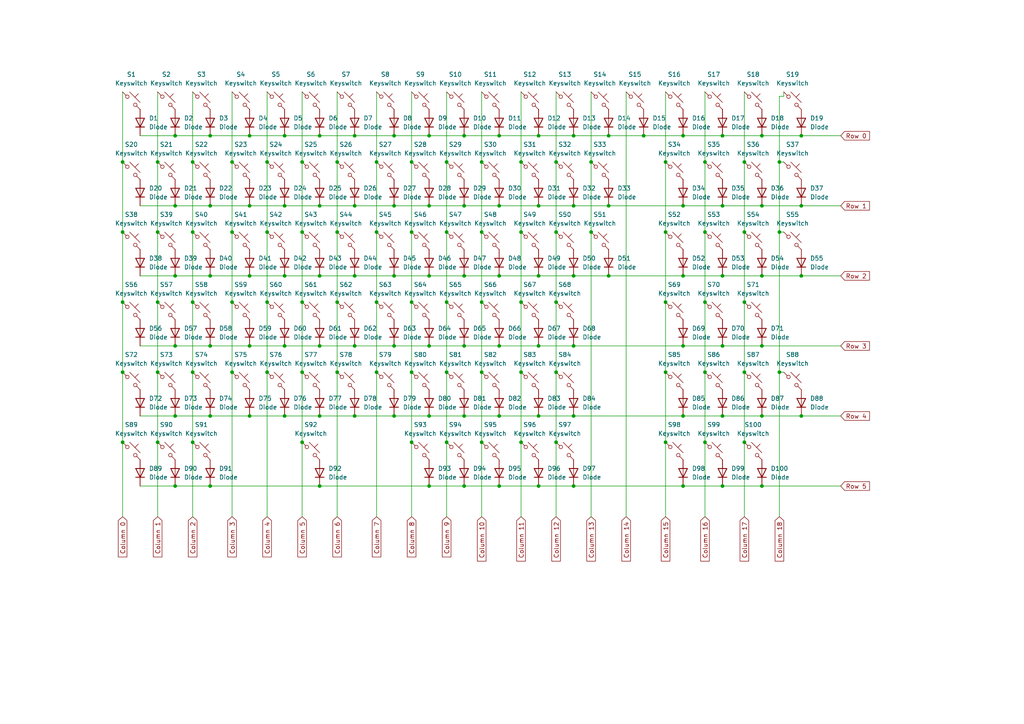
<source format=kicad_sch>
(kicad_sch (version 20231120) (generator "eeschema") (generator_version "8.0")
  (paper "A4")
  (junction (at 72.39 120.65))
  (junction (at 193.04 128.27))
  (junction (at 35.56 87.63))
  (junction (at 92.71 59.69))
  (junction (at 220.98 100.33))
  (junction (at 82.55 120.65))
  (junction (at 114.3 100.33))
  (junction (at 60.96 39.37))
  (junction (at 220.98 140.97))
  (junction (at 198.12 59.69))
  (junction (at 134.62 100.33))
  (junction (at 45.72 46.99))
  (junction (at 134.62 39.37))
  (junction (at 92.71 140.97))
  (junction (at 87.63 87.63))
  (junction (at 72.39 59.69))
  (junction (at 45.72 67.31))
  (junction (at 82.55 39.37))
  (junction (at 209.55 39.37))
  (junction (at 129.54 107.95))
  (junction (at 119.38 128.27))
  (junction (at 139.7 107.95))
  (junction (at 139.7 128.27))
  (junction (at 232.41 39.37))
  (junction (at 45.72 87.63))
  (junction (at 92.71 120.65))
  (junction (at 50.8 140.97))
  (junction (at 166.37 140.97))
  (junction (at 82.55 59.69))
  (junction (at 220.98 59.69))
  (junction (at 204.47 87.63))
  (junction (at 129.54 128.27))
  (junction (at 134.62 140.97))
  (junction (at 67.31 87.63))
  (junction (at 186.69 39.37))
  (junction (at 124.46 100.33))
  (junction (at 124.46 140.97))
  (junction (at 204.47 128.27))
  (junction (at 102.87 80.01))
  (junction (at 92.71 100.33))
  (junction (at 151.13 87.63))
  (junction (at 176.53 59.69))
  (junction (at 198.12 120.65))
  (junction (at 166.37 100.33))
  (junction (at 87.63 107.95))
  (junction (at 161.29 87.63))
  (junction (at 77.47 87.63))
  (junction (at 97.79 87.63))
  (junction (at 161.29 67.31))
  (junction (at 109.22 67.31))
  (junction (at 139.7 67.31))
  (junction (at 151.13 107.95))
  (junction (at 215.9 67.31))
  (junction (at 67.31 67.31))
  (junction (at 156.21 120.65))
  (junction (at 232.41 59.69))
  (junction (at 102.87 39.37))
  (junction (at 50.8 100.33))
  (junction (at 97.79 67.31))
  (junction (at 134.62 80.01))
  (junction (at 226.06 107.95))
  (junction (at 129.54 87.63))
  (junction (at 166.37 39.37))
  (junction (at 198.12 39.37))
  (junction (at 209.55 59.69))
  (junction (at 67.31 46.99))
  (junction (at 144.78 39.37))
  (junction (at 109.22 46.99))
  (junction (at 114.3 80.01))
  (junction (at 87.63 67.31))
  (junction (at 50.8 39.37))
  (junction (at 144.78 140.97))
  (junction (at 35.56 128.27))
  (junction (at 226.06 67.31))
  (junction (at 72.39 80.01))
  (junction (at 198.12 80.01))
  (junction (at 156.21 100.33))
  (junction (at 82.55 100.33))
  (junction (at 198.12 100.33))
  (junction (at 204.47 107.95))
  (junction (at 60.96 59.69))
  (junction (at 232.41 80.01))
  (junction (at 209.55 120.65))
  (junction (at 102.87 100.33))
  (junction (at 102.87 59.69))
  (junction (at 139.7 87.63))
  (junction (at 50.8 59.69))
  (junction (at 119.38 46.99))
  (junction (at 97.79 46.99))
  (junction (at 193.04 46.99))
  (junction (at 129.54 67.31))
  (junction (at 55.88 107.95))
  (junction (at 109.22 107.95))
  (junction (at 226.06 46.99))
  (junction (at 156.21 80.01))
  (junction (at 92.71 39.37))
  (junction (at 35.56 46.99))
  (junction (at 60.96 80.01))
  (junction (at 55.88 67.31))
  (junction (at 45.72 128.27))
  (junction (at 161.29 46.99))
  (junction (at 134.62 120.65))
  (junction (at 204.47 46.99))
  (junction (at 134.62 59.69))
  (junction (at 55.88 128.27))
  (junction (at 129.54 46.99))
  (junction (at 102.87 120.65))
  (junction (at 215.9 128.27))
  (junction (at 97.79 107.95))
  (junction (at 124.46 39.37))
  (junction (at 124.46 120.65))
  (junction (at 161.29 107.95))
  (junction (at 55.88 87.63))
  (junction (at 151.13 46.99))
  (junction (at 193.04 107.95))
  (junction (at 215.9 46.99))
  (junction (at 220.98 80.01))
  (junction (at 166.37 59.69))
  (junction (at 144.78 80.01))
  (junction (at 198.12 140.97))
  (junction (at 209.55 80.01))
  (junction (at 114.3 39.37))
  (junction (at 55.88 46.99))
  (junction (at 193.04 67.31))
  (junction (at 166.37 120.65))
  (junction (at 171.45 46.99))
  (junction (at 114.3 59.69))
  (junction (at 67.31 107.95))
  (junction (at 171.45 67.31))
  (junction (at 144.78 59.69))
  (junction (at 151.13 128.27))
  (junction (at 60.96 120.65))
  (junction (at 114.3 120.65))
  (junction (at 72.39 39.37))
  (junction (at 139.7 46.99))
  (junction (at 161.29 128.27))
  (junction (at 193.04 87.63))
  (junction (at 50.8 80.01))
  (junction (at 92.71 80.01))
  (junction (at 87.63 128.27))
  (junction (at 204.47 67.31))
  (junction (at 124.46 80.01))
  (junction (at 50.8 120.65))
  (junction (at 77.47 46.99))
  (junction (at 87.63 46.99))
  (junction (at 124.46 59.69))
  (junction (at 144.78 100.33))
  (junction (at 220.98 120.65))
  (junction (at 232.41 120.65))
  (junction (at 176.53 80.01))
  (junction (at 144.78 120.65))
  (junction (at 35.56 67.31))
  (junction (at 215.9 87.63))
  (junction (at 119.38 87.63))
  (junction (at 156.21 39.37))
  (junction (at 151.13 67.31))
  (junction (at 209.55 140.97))
  (junction (at 209.55 100.33))
  (junction (at 109.22 87.63))
  (junction (at 176.53 39.37))
  (junction (at 215.9 107.95))
  (junction (at 156.21 140.97))
  (junction (at 35.56 107.95))
  (junction (at 60.96 140.97))
  (junction (at 156.21 59.69))
  (junction (at 77.47 107.95))
  (junction (at 166.37 80.01))
  (junction (at 119.38 67.31))
  (junction (at 60.96 100.33))
  (junction (at 119.38 107.95))
  (junction (at 220.98 39.37))
  (junction (at 45.72 107.95))
  (junction (at 77.47 67.31))
  (junction (at 72.39 100.33))
  (junction (at 82.55 80.01))
  (wire (pts (xy 227.33 46.99) (xy 226.06 46.99)))
  (wire (pts (xy 77.47 46.99) (xy 77.47 67.31)))
  (wire (pts (xy 55.88 67.31) (xy 55.88 87.63)))
  (wire (pts (xy 92.71 120.65) (xy 102.87 120.65)))
  (wire (pts (xy 60.96 140.97) (xy 92.71 140.97)))
  (wire (pts (xy 82.55 100.33) (xy 92.71 100.33)))
  (wire (pts (xy 109.22 67.31) (xy 109.22 87.63)))
  (wire (pts (xy 124.46 80.01) (xy 134.62 80.01)))
  (wire (pts (xy 181.61 26.67) (xy 181.61 149.86)))
  (wire (pts (xy 40.64 80.01) (xy 50.8 80.01)))
  (wire (pts (xy 92.71 140.97) (xy 124.46 140.97)))
  (wire (pts (xy 215.9 46.99) (xy 215.9 67.31)))
  (wire (pts (xy 161.29 107.95) (xy 161.29 128.27)))
  (wire (pts (xy 204.47 107.95) (xy 204.47 128.27)))
  (wire (pts (xy 193.04 26.67) (xy 193.04 46.99)))
  (wire (pts (xy 87.63 46.99) (xy 87.63 67.31)))
  (wire (pts (xy 209.55 100.33) (xy 220.98 100.33)))
  (wire (pts (xy 151.13 46.99) (xy 151.13 67.31)))
  (wire (pts (xy 60.96 59.69) (xy 72.39 59.69)))
  (wire (pts (xy 227.33 107.95) (xy 226.06 107.95)))
  (wire (pts (xy 114.3 59.69) (xy 124.46 59.69)))
  (wire (pts (xy 129.54 128.27) (xy 129.54 149.86)))
  (wire (pts (xy 67.31 87.63) (xy 67.31 107.95)))
  (wire (pts (xy 176.53 59.69) (xy 198.12 59.69)))
  (wire (pts (xy 220.98 39.37) (xy 232.41 39.37)))
  (wire (pts (xy 134.62 39.37) (xy 144.78 39.37)))
  (wire (pts (xy 87.63 87.63) (xy 87.63 107.95)))
  (wire (pts (xy 72.39 39.37) (xy 82.55 39.37)))
  (wire (pts (xy 166.37 39.37) (xy 176.53 39.37)))
  (wire (pts (xy 156.21 140.97) (xy 166.37 140.97)))
  (wire (pts (xy 186.69 39.37) (xy 198.12 39.37)))
  (wire (pts (xy 50.8 100.33) (xy 60.96 100.33)))
  (wire (pts (xy 215.9 67.31) (xy 215.9 87.63)))
  (wire (pts (xy 144.78 59.69) (xy 156.21 59.69)))
  (wire (pts (xy 144.78 100.33) (xy 156.21 100.33)))
  (wire (pts (xy 60.96 39.37) (xy 72.39 39.37)))
  (wire (pts (xy 45.72 107.95) (xy 45.72 128.27)))
  (wire (pts (xy 204.47 46.99) (xy 204.47 67.31)))
  (wire (pts (xy 35.56 128.27) (xy 35.56 149.86)))
  (wire (pts (xy 220.98 120.65) (xy 232.41 120.65)))
  (wire (pts (xy 45.72 26.67) (xy 45.72 46.99)))
  (wire (pts (xy 40.64 100.33) (xy 50.8 100.33)))
  (wire (pts (xy 171.45 46.99) (xy 171.45 67.31)))
  (wire (pts (xy 50.8 39.37) (xy 60.96 39.37)))
  (wire (pts (xy 151.13 67.31) (xy 151.13 87.63)))
  (wire (pts (xy 232.41 59.69) (xy 243.84 59.69)))
  (wire (pts (xy 87.63 107.95) (xy 87.63 128.27)))
  (wire (pts (xy 226.06 107.95) (xy 226.06 149.86)))
  (wire (pts (xy 129.54 87.63) (xy 129.54 107.95)))
  (wire (pts (xy 129.54 67.31) (xy 129.54 87.63)))
  (wire (pts (xy 55.88 87.63) (xy 55.88 107.95)))
  (wire (pts (xy 45.72 46.99) (xy 45.72 67.31)))
  (wire (pts (xy 55.88 26.67) (xy 55.88 46.99)))
  (wire (pts (xy 193.04 128.27) (xy 193.04 149.86)))
  (wire (pts (xy 215.9 26.67) (xy 215.9 46.99)))
  (wire (pts (xy 50.8 59.69) (xy 60.96 59.69)))
  (wire (pts (xy 35.56 26.67) (xy 35.56 46.99)))
  (wire (pts (xy 227.33 27.94) (xy 226.06 27.94)))
  (wire (pts (xy 193.04 107.95) (xy 193.04 128.27)))
  (wire (pts (xy 166.37 80.01) (xy 176.53 80.01)))
  (wire (pts (xy 129.54 107.95) (xy 129.54 128.27)))
  (wire (pts (xy 97.79 26.67) (xy 97.79 46.99)))
  (wire (pts (xy 82.55 59.69) (xy 92.71 59.69)))
  (wire (pts (xy 139.7 87.63) (xy 139.7 107.95)))
  (wire (pts (xy 151.13 87.63) (xy 151.13 107.95)))
  (wire (pts (xy 204.47 87.63) (xy 204.47 107.95)))
  (wire (pts (xy 55.88 46.99) (xy 55.88 67.31)))
  (wire (pts (xy 139.7 107.95) (xy 139.7 128.27)))
  (wire (pts (xy 144.78 120.65) (xy 156.21 120.65)))
  (wire (pts (xy 35.56 67.31) (xy 35.56 87.63)))
  (wire (pts (xy 92.71 100.33) (xy 102.87 100.33)))
  (wire (pts (xy 209.55 59.69) (xy 220.98 59.69)))
  (wire (pts (xy 144.78 80.01) (xy 156.21 80.01)))
  (wire (pts (xy 124.46 100.33) (xy 134.62 100.33)))
  (wire (pts (xy 55.88 128.27) (xy 55.88 149.86)))
  (wire (pts (xy 40.64 120.65) (xy 50.8 120.65)))
  (wire (pts (xy 156.21 80.01) (xy 166.37 80.01)))
  (wire (pts (xy 139.7 46.99) (xy 139.7 67.31)))
  (wire (pts (xy 193.04 46.99) (xy 193.04 67.31)))
  (wire (pts (xy 209.55 80.01) (xy 220.98 80.01)))
  (wire (pts (xy 156.21 100.33) (xy 166.37 100.33)))
  (wire (pts (xy 102.87 100.33) (xy 114.3 100.33)))
  (wire (pts (xy 50.8 80.01) (xy 60.96 80.01)))
  (wire (pts (xy 82.55 80.01) (xy 92.71 80.01)))
  (wire (pts (xy 72.39 100.33) (xy 82.55 100.33)))
  (wire (pts (xy 60.96 80.01) (xy 72.39 80.01)))
  (wire (pts (xy 209.55 39.37) (xy 220.98 39.37)))
  (wire (pts (xy 60.96 120.65) (xy 72.39 120.65)))
  (wire (pts (xy 166.37 100.33) (xy 198.12 100.33)))
  (wire (pts (xy 198.12 100.33) (xy 209.55 100.33)))
  (wire (pts (xy 134.62 80.01) (xy 144.78 80.01)))
  (wire (pts (xy 109.22 46.99) (xy 109.22 67.31)))
  (wire (pts (xy 226.06 46.99) (xy 226.06 67.31)))
  (wire (pts (xy 161.29 67.31) (xy 161.29 87.63)))
  (wire (pts (xy 109.22 107.95) (xy 109.22 149.86)))
  (wire (pts (xy 161.29 87.63) (xy 161.29 107.95)))
  (wire (pts (xy 232.41 80.01) (xy 243.84 80.01)))
  (wire (pts (xy 72.39 120.65) (xy 82.55 120.65)))
  (wire (pts (xy 220.98 59.69) (xy 232.41 59.69)))
  (wire (pts (xy 166.37 120.65) (xy 198.12 120.65)))
  (wire (pts (xy 144.78 140.97) (xy 156.21 140.97)))
  (wire (pts (xy 176.53 39.37) (xy 186.69 39.37)))
  (wire (pts (xy 92.71 39.37) (xy 102.87 39.37)))
  (wire (pts (xy 226.06 67.31) (xy 226.06 107.95)))
  (wire (pts (xy 87.63 67.31) (xy 87.63 87.63)))
  (wire (pts (xy 77.47 87.63) (xy 77.47 107.95)))
  (wire (pts (xy 198.12 39.37) (xy 209.55 39.37)))
  (wire (pts (xy 119.38 26.67) (xy 119.38 46.99)))
  (wire (pts (xy 129.54 46.99) (xy 129.54 67.31)))
  (wire (pts (xy 124.46 120.65) (xy 134.62 120.65)))
  (wire (pts (xy 40.64 140.97) (xy 50.8 140.97)))
  (wire (pts (xy 72.39 59.69) (xy 82.55 59.69)))
  (wire (pts (xy 35.56 87.63) (xy 35.56 107.95)))
  (wire (pts (xy 97.79 107.95) (xy 97.79 149.86)))
  (wire (pts (xy 129.54 26.67) (xy 129.54 46.99)))
  (wire (pts (xy 82.55 39.37) (xy 92.71 39.37)))
  (wire (pts (xy 114.3 100.33) (xy 124.46 100.33)))
  (wire (pts (xy 227.33 26.67) (xy 227.33 27.94)))
  (wire (pts (xy 232.41 120.65) (xy 243.84 120.65)))
  (wire (pts (xy 92.71 59.69) (xy 102.87 59.69)))
  (wire (pts (xy 204.47 26.67) (xy 204.47 46.99)))
  (wire (pts (xy 151.13 107.95) (xy 151.13 128.27)))
  (wire (pts (xy 119.38 107.95) (xy 119.38 128.27)))
  (wire (pts (xy 97.79 46.99) (xy 97.79 67.31)))
  (wire (pts (xy 232.41 39.37) (xy 243.84 39.37)))
  (wire (pts (xy 45.72 67.31) (xy 45.72 87.63)))
  (wire (pts (xy 124.46 59.69) (xy 134.62 59.69)))
  (wire (pts (xy 97.79 87.63) (xy 97.79 107.95)))
  (wire (pts (xy 114.3 80.01) (xy 124.46 80.01)))
  (wire (pts (xy 50.8 140.97) (xy 60.96 140.97)))
  (wire (pts (xy 77.47 107.95) (xy 77.47 149.86)))
  (wire (pts (xy 87.63 128.27) (xy 87.63 149.86)))
  (wire (pts (xy 161.29 46.99) (xy 161.29 67.31)))
  (wire (pts (xy 156.21 39.37) (xy 166.37 39.37)))
  (wire (pts (xy 226.06 27.94) (xy 226.06 46.99)))
  (wire (pts (xy 139.7 26.67) (xy 139.7 46.99)))
  (wire (pts (xy 102.87 39.37) (xy 114.3 39.37)))
  (wire (pts (xy 40.64 39.37) (xy 50.8 39.37)))
  (wire (pts (xy 156.21 120.65) (xy 166.37 120.65)))
  (wire (pts (xy 45.72 87.63) (xy 45.72 107.95)))
  (wire (pts (xy 156.21 59.69) (xy 166.37 59.69)))
  (wire (pts (xy 72.39 80.01) (xy 82.55 80.01)))
  (wire (pts (xy 109.22 87.63) (xy 109.22 107.95)))
  (wire (pts (xy 119.38 46.99) (xy 119.38 67.31)))
  (wire (pts (xy 102.87 80.01) (xy 114.3 80.01)))
  (wire (pts (xy 67.31 67.31) (xy 67.31 87.63)))
  (wire (pts (xy 220.98 100.33) (xy 243.84 100.33)))
  (wire (pts (xy 45.72 128.27) (xy 45.72 149.86)))
  (wire (pts (xy 77.47 26.67) (xy 77.47 46.99)))
  (wire (pts (xy 204.47 67.31) (xy 204.47 87.63)))
  (wire (pts (xy 134.62 100.33) (xy 144.78 100.33)))
  (wire (pts (xy 166.37 140.97) (xy 198.12 140.97)))
  (wire (pts (xy 67.31 26.67) (xy 67.31 46.99)))
  (wire (pts (xy 193.04 67.31) (xy 193.04 87.63)))
  (wire (pts (xy 67.31 107.95) (xy 67.31 149.86)))
  (wire (pts (xy 119.38 67.31) (xy 119.38 87.63)))
  (wire (pts (xy 176.53 80.01) (xy 198.12 80.01)))
  (wire (pts (xy 139.7 67.31) (xy 139.7 87.63)))
  (wire (pts (xy 209.55 120.65) (xy 220.98 120.65)))
  (wire (pts (xy 77.47 67.31) (xy 77.47 87.63)))
  (wire (pts (xy 114.3 120.65) (xy 124.46 120.65)))
  (wire (pts (xy 198.12 140.97) (xy 209.55 140.97)))
  (wire (pts (xy 171.45 67.31) (xy 171.45 149.86)))
  (wire (pts (xy 144.78 39.37) (xy 156.21 39.37)))
  (wire (pts (xy 151.13 128.27) (xy 151.13 149.86)))
  (wire (pts (xy 40.64 59.69) (xy 50.8 59.69)))
  (wire (pts (xy 198.12 120.65) (xy 209.55 120.65)))
  (wire (pts (xy 119.38 128.27) (xy 119.38 149.86)))
  (wire (pts (xy 97.79 67.31) (xy 97.79 87.63)))
  (wire (pts (xy 55.88 107.95) (xy 55.88 128.27)))
  (wire (pts (xy 134.62 120.65) (xy 144.78 120.65)))
  (wire (pts (xy 114.3 39.37) (xy 124.46 39.37)))
  (wire (pts (xy 82.55 120.65) (xy 92.71 120.65)))
  (wire (pts (xy 50.8 120.65) (xy 60.96 120.65)))
  (wire (pts (xy 215.9 107.95) (xy 215.9 128.27)))
  (wire (pts (xy 119.38 87.63) (xy 119.38 107.95)))
  (wire (pts (xy 92.71 80.01) (xy 102.87 80.01)))
  (wire (pts (xy 67.31 46.99) (xy 67.31 67.31)))
  (wire (pts (xy 171.45 26.67) (xy 171.45 46.99)))
  (wire (pts (xy 102.87 59.69) (xy 114.3 59.69)))
  (wire (pts (xy 193.04 87.63) (xy 193.04 107.95)))
  (wire (pts (xy 124.46 39.37) (xy 134.62 39.37)))
  (wire (pts (xy 227.33 67.31) (xy 226.06 67.31)))
  (wire (pts (xy 166.37 59.69) (xy 176.53 59.69)))
  (wire (pts (xy 109.22 26.67) (xy 109.22 46.99)))
  (wire (pts (xy 204.47 128.27) (xy 204.47 149.86)))
  (wire (pts (xy 134.62 59.69) (xy 144.78 59.69)))
  (wire (pts (xy 151.13 26.67) (xy 151.13 46.99)))
  (wire (pts (xy 198.12 59.69) (xy 209.55 59.69)))
  (wire (pts (xy 35.56 107.95) (xy 35.56 128.27)))
  (wire (pts (xy 60.96 100.33) (xy 72.39 100.33)))
  (wire (pts (xy 35.56 46.99) (xy 35.56 67.31)))
  (wire (pts (xy 209.55 140.97) (xy 220.98 140.97)))
  (wire (pts (xy 102.87 120.65) (xy 114.3 120.65)))
  (wire (pts (xy 161.29 26.67) (xy 161.29 46.99)))
  (wire (pts (xy 139.7 128.27) (xy 139.7 149.86)))
  (wire (pts (xy 220.98 80.01) (xy 232.41 80.01)))
  (wire (pts (xy 198.12 80.01) (xy 209.55 80.01)))
  (wire (pts (xy 220.98 140.97) (xy 243.84 140.97)))
  (wire (pts (xy 87.63 26.67) (xy 87.63 46.99)))
  (wire (pts (xy 215.9 128.27) (xy 215.9 149.86)))
  (wire (pts (xy 161.29 128.27) (xy 161.29 149.86)))
  (wire (pts (xy 124.46 140.97) (xy 134.62 140.97)))
  (wire (pts (xy 134.62 140.97) (xy 144.78 140.97)))
  (wire (pts (xy 215.9 87.63) (xy 215.9 107.95)))
  (global_label "Column 12" (shape input) (at 161.29 149.86 270) (property "Intersheetrefs" "${INTERSHEET_REFS}" (effects (hide yes))))
  (global_label "Column 8" (shape input) (at 119.38 149.86 270) (property "Intersheetrefs" "${INTERSHEET_REFS}" (effects (hide yes))))
  (global_label "Column 5" (shape input) (at 87.63 149.86 270) (property "Intersheetrefs" "${INTERSHEET_REFS}" (effects (hide yes))))
  (global_label "Column 13" (shape input) (at 171.45 149.86 270) (property "Intersheetrefs" "${INTERSHEET_REFS}" (effects (hide yes))))
  (global_label "Column 3" (shape input) (at 67.31 149.86 270) (property "Intersheetrefs" "${INTERSHEET_REFS}" (effects (hide yes))))
  (global_label "Row 3" (shape input) (at 243.84 100.33 0) (property "Intersheetrefs" "${INTERSHEET_REFS}" (effects (hide yes))))
  (global_label "Row 4" (shape input) (at 243.84 120.65 0) (property "Intersheetrefs" "${INTERSHEET_REFS}" (effects (hide yes))))
  (global_label "Column 1" (shape input) (at 45.72 149.86 270) (property "Intersheetrefs" "${INTERSHEET_REFS}" (effects (hide yes))))
  (global_label "Column 18" (shape input) (at 226.06 149.86 270) (property "Intersheetrefs" "${INTERSHEET_REFS}" (effects (hide yes))))
  (global_label "Column 15" (shape input) (at 193.04 149.86 270) (property "Intersheetrefs" "${INTERSHEET_REFS}" (effects (hide yes))))
  (global_label "Row 0" (shape input) (at 243.84 39.37 0) (property "Intersheetrefs" "${INTERSHEET_REFS}" (effects (hide yes))))
  (global_label "Column 6" (shape input) (at 97.79 149.86 270) (property "Intersheetrefs" "${INTERSHEET_REFS}" (effects (hide yes))))
  (global_label "Column 10" (shape input) (at 139.7 149.86 270) (property "Intersheetrefs" "${INTERSHEET_REFS}" (effects (hide yes))))
  (global_label "Column 0" (shape input) (at 35.56 149.86 270) (property "Intersheetrefs" "${INTERSHEET_REFS}" (effects (hide yes))))
  (global_label "Column 17" (shape input) (at 215.9 149.86 270) (property "Intersheetrefs" "${INTERSHEET_REFS}" (effects (hide yes))))
  (global_label "Row 1" (shape input) (at 243.84 59.69 0) (property "Intersheetrefs" "${INTERSHEET_REFS}" (effects (hide yes))))
  (global_label "Column 11" (shape input) (at 151.13 149.86 270) (property "Intersheetrefs" "${INTERSHEET_REFS}" (effects (hide yes))))
  (global_label "Column 4" (shape input) (at 77.47 149.86 270) (property "Intersheetrefs" "${INTERSHEET_REFS}" (effects (hide yes))))
  (global_label "Column 9" (shape input) (at 129.54 149.86 270) (property "Intersheetrefs" "${INTERSHEET_REFS}" (effects (hide yes))))
  (global_label "Column 14" (shape input) (at 181.61 149.86 270) (property "Intersheetrefs" "${INTERSHEET_REFS}" (effects (hide yes))))
  (global_label "Column 7" (shape input) (at 109.22 149.86 270) (property "Intersheetrefs" "${INTERSHEET_REFS}" (effects (hide yes))))
  (global_label "Row 5" (shape input) (at 243.84 140.97 0) (property "Intersheetrefs" "${INTERSHEET_REFS}" (effects (hide yes))))
  (global_label "Column 2" (shape input) (at 55.88 149.86 270) (property "Intersheetrefs" "${INTERSHEET_REFS}" (effects (hide yes))))
  (global_label "Column 16" (shape input) (at 204.47 149.86 270) (property "Intersheetrefs" "${INTERSHEET_REFS}" (effects (hide yes))))
  (global_label "Row 2" (shape input) (at 243.84 80.01 0) (property "Intersheetrefs" "${INTERSHEET_REFS}" (effects (hide yes))))
  (symbol (lib_id "ScottoKeebs:Placeholder_Diode") (at 60.96 55.88 90) (unit 1)
    (property "Reference" "D22" (at 63.5 54.6099 90) (effects (justify right)))
    (property "Value" "Diode" (at 63.5 57.1499 90) (effects (justify right)))
    (property "Footprint" "ScottoKeebs_Components:Diode_DO-35" (effects (hide yes)))
    (property "Description" "1N4148 (DO-35) or 1N4148W (SOD-123)" (effects (hide yes)))
    (property "Sim.Device" "D" (effects (hide yes)))
    (property "Sim.Pins" "1=K 2=A" (effects (hide yes)))
  )
  (symbol (lib_id "ScottoKeebs:Placeholder_Keyswitch") (at 218.44 90.17 0) (unit 1)
    (property "Reference" "S71" (at 218.44 82.55 0))
    (property "Value" "Keyswitch" (at 218.44 85.09 0))
    (property "Footprint" "ScottoKeebs_Hotswap:Hotswap_Choc_V2_1.00u" (effects (hide yes)))
    (property "Description" "Push button switch, normally open, two pins, 45° tilted" (effects (hide yes)))
  )
  (symbol (lib_id "ScottoKeebs:Placeholder_Diode") (at 124.46 35.56 90) (unit 1)
    (property "Reference" "D9" (at 127 34.2899 90) (effects (justify right)))
    (property "Value" "Diode" (at 127 36.8299 90) (effects (justify right)))
    (property "Footprint" "ScottoKeebs_Components:Diode_DO-35" (effects (hide yes)))
    (property "Description" "1N4148 (DO-35) or 1N4148W (SOD-123)" (effects (hide yes)))
    (property "Sim.Device" "D" (effects (hide yes)))
    (property "Sim.Pins" "1=K 2=A" (effects (hide yes)))
  )
  (symbol (lib_id "ScottoKeebs:Placeholder_Keyswitch") (at 121.92 90.17 0) (unit 1)
    (property "Reference" "S64" (at 121.92 82.55 0))
    (property "Value" "Keyswitch" (at 121.92 85.09 0))
    (property "Footprint" "ScottoKeebs_Hotswap:Hotswap_Choc_V2_1.00u" (effects (hide yes)))
    (property "Description" "Push button switch, normally open, two pins, 45° tilted" (effects (hide yes)))
  )
  (symbol (lib_id "ScottoKeebs:Placeholder_Keyswitch") (at 207.01 49.53 0) (unit 1)
    (property "Reference" "S35" (at 207.01 41.91 0))
    (property "Value" "Keyswitch" (at 207.01 44.45 0))
    (property "Footprint" "ScottoKeebs_Hotswap:Hotswap_Choc_V2_1.00u" (effects (hide yes)))
    (property "Description" "Push button switch, normally open, two pins, 45° tilted" (effects (hide yes)))
  )
  (symbol (lib_id "ScottoKeebs:Placeholder_Keyswitch") (at 132.08 90.17 0) (unit 1)
    (property "Reference" "S65" (at 132.08 82.55 0))
    (property "Value" "Keyswitch" (at 132.08 85.09 0))
    (property "Footprint" "ScottoKeebs_Hotswap:Hotswap_Choc_V2_1.00u" (effects (hide yes)))
    (property "Description" "Push button switch, normally open, two pins, 45° tilted" (effects (hide yes)))
  )
  (symbol (lib_id "ScottoKeebs:Placeholder_Diode") (at 40.64 55.88 90) (unit 1)
    (property "Reference" "D20" (at 43.18 54.6099 90) (effects (justify right)))
    (property "Value" "Diode" (at 43.18 57.1499 90) (effects (justify right)))
    (property "Footprint" "ScottoKeebs_Components:Diode_DO-35" (effects (hide yes)))
    (property "Description" "1N4148 (DO-35) or 1N4148W (SOD-123)" (effects (hide yes)))
    (property "Sim.Device" "D" (effects (hide yes)))
    (property "Sim.Pins" "1=K 2=A" (effects (hide yes)))
  )
  (symbol (lib_id "ScottoKeebs:Placeholder_Keyswitch") (at 48.26 29.21 0) (unit 1)
    (property "Reference" "S2" (at 48.26 21.59 0))
    (property "Value" "Keyswitch" (at 48.26 24.13 0))
    (property "Footprint" "ScottoKeebs_Hotswap:Hotswap_Choc_V2_1.00u" (effects (hide yes)))
    (property "Description" "Push button switch, normally open, two pins, 45° tilted" (effects (hide yes)))
  )
  (symbol (lib_id "ScottoKeebs:Placeholder_Diode") (at 166.37 116.84 90) (unit 1)
    (property "Reference" "D84" (at 168.91 115.5699 90) (effects (justify right)))
    (property "Value" "Diode" (at 168.91 118.1099 90) (effects (justify right)))
    (property "Footprint" "ScottoKeebs_Components:Diode_DO-35" (effects (hide yes)))
    (property "Description" "1N4148 (DO-35) or 1N4148W (SOD-123)" (effects (hide yes)))
    (property "Sim.Device" "D" (effects (hide yes)))
    (property "Sim.Pins" "1=K 2=A" (effects (hide yes)))
  )
  (symbol (lib_id "ScottoKeebs:Placeholder_Keyswitch") (at 195.58 69.85 0) (unit 1)
    (property "Reference" "S52" (at 195.58 62.23 0))
    (property "Value" "Keyswitch" (at 195.58 64.77 0))
    (property "Footprint" "ScottoKeebs_Hotswap:Hotswap_Choc_V2_1.00u" (effects (hide yes)))
    (property "Description" "Push button switch, normally open, two pins, 45° tilted" (effects (hide yes)))
  )
  (symbol (lib_id "ScottoKeebs:Placeholder_Diode") (at 102.87 55.88 90) (unit 1)
    (property "Reference" "D26" (at 105.41 54.6099 90) (effects (justify right)))
    (property "Value" "Diode" (at 105.41 57.1499 90) (effects (justify right)))
    (property "Footprint" "ScottoKeebs_Components:Diode_DO-35" (effects (hide yes)))
    (property "Description" "1N4148 (DO-35) or 1N4148W (SOD-123)" (effects (hide yes)))
    (property "Sim.Device" "D" (effects (hide yes)))
    (property "Sim.Pins" "1=K 2=A" (effects (hide yes)))
  )
  (symbol (lib_id "ScottoKeebs:Placeholder_Diode") (at 82.55 55.88 90) (unit 1)
    (property "Reference" "D24" (at 85.09 54.6099 90) (effects (justify right)))
    (property "Value" "Diode" (at 85.09 57.1499 90) (effects (justify right)))
    (property "Footprint" "ScottoKeebs_Components:Diode_DO-35" (effects (hide yes)))
    (property "Description" "1N4148 (DO-35) or 1N4148W (SOD-123)" (effects (hide yes)))
    (property "Sim.Device" "D" (effects (hide yes)))
    (property "Sim.Pins" "1=K 2=A" (effects (hide yes)))
  )
  (symbol (lib_id "ScottoKeebs:Placeholder_Keyswitch") (at 121.92 130.81 0) (unit 1)
    (property "Reference" "S93" (at 121.92 123.19 0))
    (property "Value" "Keyswitch" (at 121.92 125.73 0))
    (property "Footprint" "ScottoKeebs_Hotswap:Hotswap_Choc_V2_1.00u" (effects (hide yes)))
    (property "Description" "Push button switch, normally open, two pins, 45° tilted" (effects (hide yes)))
  )
  (symbol (lib_id "ScottoKeebs:Placeholder_Diode") (at 114.3 35.56 90) (unit 1)
    (property "Reference" "D8" (at 116.84 34.2899 90) (effects (justify right)))
    (property "Value" "Diode" (at 116.84 36.8299 90) (effects (justify right)))
    (property "Footprint" "ScottoKeebs_Components:Diode_DO-35" (effects (hide yes)))
    (property "Description" "1N4148 (DO-35) or 1N4148W (SOD-123)" (effects (hide yes)))
    (property "Sim.Device" "D" (effects (hide yes)))
    (property "Sim.Pins" "1=K 2=A" (effects (hide yes)))
  )
  (symbol (lib_id "ScottoKeebs:Placeholder_Keyswitch") (at 142.24 110.49 0) (unit 1)
    (property "Reference" "S82" (at 142.24 102.87 0))
    (property "Value" "Keyswitch" (at 142.24 105.41 0))
    (property "Footprint" "ScottoKeebs_Hotswap:Hotswap_Choc_V2_1.00u" (effects (hide yes)))
    (property "Description" "Push button switch, normally open, two pins, 45° tilted" (effects (hide yes)))
  )
  (symbol (lib_id "ScottoKeebs:Placeholder_Keyswitch") (at 173.99 49.53 0) (unit 1)
    (property "Reference" "S33" (at 173.99 41.91 0))
    (property "Value" "Keyswitch" (at 173.99 44.45 0))
    (property "Footprint" "ScottoKeebs_Hotswap:Hotswap_Choc_V2_2.00u" (effects (hide yes)))
    (property "Description" "Push button switch, normally open, two pins, 45° tilted" (effects (hide yes)))
  )
  (symbol (lib_id "ScottoKeebs:Placeholder_Diode") (at 60.96 96.52 90) (unit 1)
    (property "Reference" "D58" (at 63.5 95.2499 90) (effects (justify right)))
    (property "Value" "Diode" (at 63.5 97.7899 90) (effects (justify right)))
    (property "Footprint" "ScottoKeebs_Components:Diode_DO-35" (effects (hide yes)))
    (property "Description" "1N4148 (DO-35) or 1N4148W (SOD-123)" (effects (hide yes)))
    (property "Sim.Device" "D" (effects (hide yes)))
    (property "Sim.Pins" "1=K 2=A" (effects (hide yes)))
  )
  (symbol (lib_id "ScottoKeebs:Placeholder_Keyswitch") (at 132.08 130.81 0) (unit 1)
    (property "Reference" "S94" (at 132.08 123.19 0))
    (property "Value" "Keyswitch" (at 132.08 125.73 0))
    (property "Footprint" "ScottoKeebs_Hotswap:Hotswap_Choc_V2_1.00u" (effects (hide yes)))
    (property "Description" "Push button switch, normally open, two pins, 45° tilted" (effects (hide yes)))
  )
  (symbol (lib_id "ScottoKeebs:Placeholder_Keyswitch") (at 38.1 69.85 0) (unit 1)
    (property "Reference" "S38" (at 38.1 62.23 0))
    (property "Value" "Keyswitch" (at 38.1 64.77 0))
    (property "Footprint" "ScottoKeebs_Hotswap:Hotswap_Choc_V2_1.50u" (effects (hide yes)))
    (property "Description" "Push button switch, normally open, two pins, 45° tilted" (effects (hide yes)))
  )
  (symbol (lib_id "ScottoKeebs:Placeholder_Diode") (at 176.53 35.56 90) (unit 1)
    (property "Reference" "D14" (at 179.07 34.2899 90) (effects (justify right)))
    (property "Value" "Diode" (at 179.07 36.8299 90) (effects (justify right)))
    (property "Footprint" "ScottoKeebs_Components:Diode_DO-35" (effects (hide yes)))
    (property "Description" "1N4148 (DO-35) or 1N4148W (SOD-123)" (effects (hide yes)))
    (property "Sim.Device" "D" (effects (hide yes)))
    (property "Sim.Pins" "1=K 2=A" (effects (hide yes)))
  )
  (symbol (lib_id "ScottoKeebs:Placeholder_Diode") (at 220.98 96.52 90) (unit 1)
    (property "Reference" "D71" (at 223.52 95.2499 90) (effects (justify right)))
    (property "Value" "Diode" (at 223.52 97.7899 90) (effects (justify right)))
    (property "Footprint" "ScottoKeebs_Components:Diode_DO-35" (effects (hide yes)))
    (property "Description" "1N4148 (DO-35) or 1N4148W (SOD-123)" (effects (hide yes)))
    (property "Sim.Device" "D" (effects (hide yes)))
    (property "Sim.Pins" "1=K 2=A" (effects (hide yes)))
  )
  (symbol (lib_id "ScottoKeebs:Placeholder_Keyswitch") (at 90.17 49.53 0) (unit 1)
    (property "Reference" "S25" (at 90.17 41.91 0))
    (property "Value" "Keyswitch" (at 90.17 44.45 0))
    (property "Footprint" "ScottoKeebs_Hotswap:Hotswap_Choc_V2_1.00u" (effects (hide yes)))
    (property "Description" "Push button switch, normally open, two pins, 45° tilted" (effects (hide yes)))
  )
  (symbol (lib_id "ScottoKeebs:Placeholder_Keyswitch") (at 207.01 69.85 0) (unit 1)
    (property "Reference" "S53" (at 207.01 62.23 0))
    (property "Value" "Keyswitch" (at 207.01 64.77 0))
    (property "Footprint" "ScottoKeebs_Hotswap:Hotswap_Choc_V2_1.00u" (effects (hide yes)))
    (property "Description" "Push button switch, normally open, two pins, 45° tilted" (effects (hide yes)))
  )
  (symbol (lib_id "ScottoKeebs:Placeholder_Keyswitch") (at 100.33 90.17 0) (unit 1)
    (property "Reference" "S62" (at 100.33 82.55 0))
    (property "Value" "Keyswitch" (at 100.33 85.09 0))
    (property "Footprint" "ScottoKeebs_Hotswap:Hotswap_Choc_V2_1.00u" (effects (hide yes)))
    (property "Description" "Push button switch, normally open, two pins, 45° tilted" (effects (hide yes)))
  )
  (symbol (lib_id "ScottoKeebs:Placeholder_Keyswitch") (at 69.85 110.49 0) (unit 1)
    (property "Reference" "S75" (at 69.85 102.87 0))
    (property "Value" "Keyswitch" (at 69.85 105.41 0))
    (property "Footprint" "ScottoKeebs_Hotswap:Hotswap_Choc_V2_1.00u" (effects (hide yes)))
    (property "Description" "Push button switch, normally open, two pins, 45° tilted" (effects (hide yes)))
  )
  (symbol (lib_id "ScottoKeebs:Placeholder_Keyswitch") (at 69.85 90.17 0) (unit 1)
    (property "Reference" "S59" (at 69.85 82.55 0))
    (property "Value" "Keyswitch" (at 69.85 85.09 0))
    (property "Footprint" "ScottoKeebs_Hotswap:Hotswap_Choc_V2_1.00u" (effects (hide yes)))
    (property "Description" "Push button switch, normally open, two pins, 45° tilted" (effects (hide yes)))
  )
  (symbol (lib_id "ScottoKeebs:Placeholder_Keyswitch") (at 184.15 29.21 0) (unit 1)
    (property "Reference" "S15" (at 184.15 21.59 0))
    (property "Value" "Keyswitch" (at 184.15 24.13 0))
    (property "Footprint" "ScottoKeebs_Hotswap:Hotswap_Choc_V2_1.00u" (effects (hide yes)))
    (property "Description" "Push button switch, normally open, two pins, 45° tilted" (effects (hide yes)))
  )
  (symbol (lib_id "ScottoKeebs:Placeholder_Keyswitch") (at 229.87 69.85 0) (unit 1)
    (property "Reference" "S55" (at 229.87 62.23 0))
    (property "Value" "Keyswitch" (at 229.87 64.77 0))
    (property "Footprint" "ScottoKeebs_Hotswap:Hotswap_Choc_V2_2.00u_90deg" (effects (hide yes)))
    (property "Description" "Push button switch, normally open, two pins, 45° tilted" (effects (hide yes)))
  )
  (symbol (lib_id "ScottoKeebs:Placeholder_Diode") (at 60.96 35.56 90) (unit 1)
    (property "Reference" "D3" (at 63.5 34.2899 90) (effects (justify right)))
    (property "Value" "Diode" (at 63.5 36.8299 90) (effects (justify right)))
    (property "Footprint" "ScottoKeebs_Components:Diode_DO-35" (effects (hide yes)))
    (property "Description" "1N4148 (DO-35) or 1N4148W (SOD-123)" (effects (hide yes)))
    (property "Sim.Device" "D" (effects (hide yes)))
    (property "Sim.Pins" "1=K 2=A" (effects (hide yes)))
  )
  (symbol (lib_id "ScottoKeebs:Placeholder_Diode") (at 134.62 116.84 90) (unit 1)
    (property "Reference" "D81" (at 137.16 115.5699 90) (effects (justify right)))
    (property "Value" "Diode" (at 137.16 118.1099 90) (effects (justify right)))
    (property "Footprint" "ScottoKeebs_Components:Diode_DO-35" (effects (hide yes)))
    (property "Description" "1N4148 (DO-35) or 1N4148W (SOD-123)" (effects (hide yes)))
    (property "Sim.Device" "D" (effects (hide yes)))
    (property "Sim.Pins" "1=K 2=A" (effects (hide yes)))
  )
  (symbol (lib_id "ScottoKeebs:Placeholder_Diode") (at 232.41 55.88 90) (unit 1)
    (property "Reference" "D37" (at 234.95 54.6099 90) (effects (justify right)))
    (property "Value" "Diode" (at 234.95 57.1499 90) (effects (justify right)))
    (property "Footprint" "ScottoKeebs_Components:Diode_DO-35" (effects (hide yes)))
    (property "Description" "1N4148 (DO-35) or 1N4148W (SOD-123)" (effects (hide yes)))
    (property "Sim.Device" "D" (effects (hide yes)))
    (property "Sim.Pins" "1=K 2=A" (effects (hide yes)))
  )
  (symbol (lib_id "ScottoKeebs:Placeholder_Diode") (at 209.55 55.88 90) (unit 1)
    (property "Reference" "D35" (at 212.09 54.6099 90) (effects (justify right)))
    (property "Value" "Diode" (at 212.09 57.1499 90) (effects (justify right)))
    (property "Footprint" "ScottoKeebs_Components:Diode_DO-35" (effects (hide yes)))
    (property "Description" "1N4148 (DO-35) or 1N4148W (SOD-123)" (effects (hide yes)))
    (property "Sim.Device" "D" (effects (hide yes)))
    (property "Sim.Pins" "1=K 2=A" (effects (hide yes)))
  )
  (symbol (lib_id "ScottoKeebs:Placeholder_Diode") (at 40.64 96.52 90) (unit 1)
    (property "Reference" "D56" (at 43.18 95.2499 90) (effects (justify right)))
    (property "Value" "Diode" (at 43.18 97.7899 90) (effects (justify right)))
    (property "Footprint" "ScottoKeebs_Components:Diode_DO-35" (effects (hide yes)))
    (property "Description" "1N4148 (DO-35) or 1N4148W (SOD-123)" (effects (hide yes)))
    (property "Sim.Device" "D" (effects (hide yes)))
    (property "Sim.Pins" "1=K 2=A" (effects (hide yes)))
  )
  (symbol (lib_id "ScottoKeebs:Placeholder_Diode") (at 50.8 116.84 90) (unit 1)
    (property "Reference" "D73" (at 53.34 115.5699 90) (effects (justify right)))
    (property "Value" "Diode" (at 53.34 118.1099 90) (effects (justify right)))
    (property "Footprint" "ScottoKeebs_Components:Diode_DO-35" (effects (hide yes)))
    (property "Description" "1N4148 (DO-35) or 1N4148W (SOD-123)" (effects (hide yes)))
    (property "Sim.Device" "D" (effects (hide yes)))
    (property "Sim.Pins" "1=K 2=A" (effects (hide yes)))
  )
  (symbol (lib_id "ScottoKeebs:Placeholder_Keyswitch") (at 69.85 69.85 0) (unit 1)
    (property "Reference" "S41" (at 69.85 62.23 0))
    (property "Value" "Keyswitch" (at 69.85 64.77 0))
    (property "Footprint" "ScottoKeebs_Hotswap:Hotswap_Choc_V2_1.00u" (effects (hide yes)))
    (property "Description" "Push button switch, normally open, two pins, 45° tilted" (effects (hide yes)))
  )
  (symbol (lib_id "ScottoKeebs:Placeholder_Keyswitch") (at 142.24 29.21 0) (unit 1)
    (property "Reference" "S11" (at 142.24 21.59 0))
    (property "Value" "Keyswitch" (at 142.24 24.13 0))
    (property "Footprint" "ScottoKeebs_Hotswap:Hotswap_Choc_V2_1.00u" (effects (hide yes)))
    (property "Description" "Push button switch, normally open, two pins, 45° tilted" (effects (hide yes)))
  )
  (symbol (lib_id "ScottoKeebs:Placeholder_Keyswitch") (at 58.42 130.81 0) (unit 1)
    (property "Reference" "S91" (at 58.42 123.19 0))
    (property "Value" "Keyswitch" (at 58.42 125.73 0))
    (property "Footprint" "ScottoKeebs_Hotswap:Hotswap_Choc_V2_1.25u" (effects (hide yes)))
    (property "Description" "Push button switch, normally open, two pins, 45° tilted" (effects (hide yes)))
  )
  (symbol (lib_id "ScottoKeebs:Placeholder_Keyswitch") (at 90.17 90.17 0) (unit 1)
    (property "Reference" "S61" (at 90.17 82.55 0))
    (property "Value" "Keyswitch" (at 90.17 85.09 0))
    (property "Footprint" "ScottoKeebs_Hotswap:Hotswap_Choc_V2_1.00u" (effects (hide yes)))
    (property "Description" "Push button switch, normally open, two pins, 45° tilted" (effects (hide yes)))
  )
  (symbol (lib_id "ScottoKeebs:Placeholder_Diode") (at 144.78 55.88 90) (unit 1)
    (property "Reference" "D30" (at 147.32 54.6099 90) (effects (justify right)))
    (property "Value" "Diode" (at 147.32 57.1499 90) (effects (justify right)))
    (property "Footprint" "ScottoKeebs_Components:Diode_DO-35" (effects (hide yes)))
    (property "Description" "1N4148 (DO-35) or 1N4148W (SOD-123)" (effects (hide yes)))
    (property "Sim.Device" "D" (effects (hide yes)))
    (property "Sim.Pins" "1=K 2=A" (effects (hide yes)))
  )
  (symbol (lib_id "ScottoKeebs:Placeholder_Diode") (at 82.55 116.84 90) (unit 1)
    (property "Reference" "D76" (at 85.09 115.5699 90) (effects (justify right)))
    (property "Value" "Diode" (at 85.09 118.1099 90) (effects (justify right)))
    (property "Footprint" "ScottoKeebs_Components:Diode_DO-35" (effects (hide yes)))
    (property "Description" "1N4148 (DO-35) or 1N4148W (SOD-123)" (effects (hide yes)))
    (property "Sim.Device" "D" (effects (hide yes)))
    (property "Sim.Pins" "1=K 2=A" (effects (hide yes)))
  )
  (symbol (lib_id "ScottoKeebs:Placeholder_Keyswitch") (at 207.01 90.17 0) (unit 1)
    (property "Reference" "S70" (at 207.01 82.55 0))
    (property "Value" "Keyswitch" (at 207.01 85.09 0))
    (property "Footprint" "ScottoKeebs_Hotswap:Hotswap_Choc_V2_1.00u" (effects (hide yes)))
    (property "Description" "Push button switch, normally open, two pins, 45° tilted" (effects (hide yes)))
  )
  (symbol (lib_id "ScottoKeebs:Placeholder_Keyswitch") (at 218.44 69.85 0) (unit 1)
    (property "Reference" "S54" (at 218.44 62.23 0))
    (property "Value" "Keyswitch" (at 218.44 64.77 0))
    (property "Footprint" "ScottoKeebs_Hotswap:Hotswap_Choc_V2_1.00u" (effects (hide yes)))
    (property "Description" "Push button switch, normally open, two pins, 45° tilted" (effects (hide yes)))
  )
  (symbol (lib_id "ScottoKeebs:Placeholder_Diode") (at 220.98 137.16 90) (unit 1)
    (property "Reference" "D100" (at 223.52 135.8899 90) (effects (justify right)))
    (property "Value" "Diode" (at 223.52 138.4299 90) (effects (justify right)))
    (property "Footprint" "ScottoKeebs_Components:Diode_DO-35" (effects (hide yes)))
    (property "Description" "1N4148 (DO-35) or 1N4148W (SOD-123)" (effects (hide yes)))
    (property "Sim.Device" "D" (effects (hide yes)))
    (property "Sim.Pins" "1=K 2=A" (effects (hide yes)))
  )
  (symbol (lib_id "ScottoKeebs:Placeholder_Diode") (at 114.3 55.88 90) (unit 1)
    (property "Reference" "D27" (at 116.84 54.6099 90) (effects (justify right)))
    (property "Value" "Diode" (at 116.84 57.1499 90) (effects (justify right)))
    (property "Footprint" "ScottoKeebs_Components:Diode_DO-35" (effects (hide yes)))
    (property "Description" "1N4148 (DO-35) or 1N4148W (SOD-123)" (effects (hide yes)))
    (property "Sim.Device" "D" (effects (hide yes)))
    (property "Sim.Pins" "1=K 2=A" (effects (hide yes)))
  )
  (symbol (lib_id "ScottoKeebs:Placeholder_Diode") (at 40.64 137.16 90) (unit 1)
    (property "Reference" "D89" (at 43.18 135.8899 90) (effects (justify right)))
    (property "Value" "Diode" (at 43.18 138.4299 90) (effects (justify right)))
    (property "Footprint" "ScottoKeebs_Components:Diode_DO-35" (effects (hide yes)))
    (property "Description" "1N4148 (DO-35) or 1N4148W (SOD-123)" (effects (hide yes)))
    (property "Sim.Device" "D" (effects (hide yes)))
    (property "Sim.Pins" "1=K 2=A" (effects (hide yes)))
  )
  (symbol (lib_id "ScottoKeebs:Placeholder_Diode") (at 166.37 35.56 90) (unit 1)
    (property "Reference" "D13" (at 168.91 34.2899 90) (effects (justify right)))
    (property "Value" "Diode" (at 168.91 36.8299 90) (effects (justify right)))
    (property "Footprint" "ScottoKeebs_Components:Diode_DO-35" (effects (hide yes)))
    (property "Description" "1N4148 (DO-35) or 1N4148W (SOD-123)" (effects (hide yes)))
    (property "Sim.Device" "D" (effects (hide yes)))
    (property "Sim.Pins" "1=K 2=A" (effects (hide yes)))
  )
  (symbol (lib_id "ScottoKeebs:Placeholder_Keyswitch") (at 48.26 49.53 0) (unit 1)
    (property "Reference" "S21" (at 48.26 41.91 0))
    (property "Value" "Keyswitch" (at 48.26 44.45 0))
    (property "Footprint" "ScottoKeebs_Hotswap:Hotswap_Choc_V2_1.00u" (effects (hide yes)))
    (property "Description" "Push button switch, normally open, two pins, 45° tilted" (effects (hide yes)))
  )
  (symbol (lib_id "ScottoKeebs:Placeholder_Diode") (at 144.78 137.16 90) (unit 1)
    (property "Reference" "D95" (at 147.32 135.8899 90) (effects (justify right)))
    (property "Value" "Diode" (at 147.32 138.4299 90) (effects (justify right)))
    (property "Footprint" "ScottoKeebs_Components:Diode_DO-35" (effects (hide yes)))
    (property "Description" "1N4148 (DO-35) or 1N4148W (SOD-123)" (effects (hide yes)))
    (property "Sim.Device" "D" (effects (hide yes)))
    (property "Sim.Pins" "1=K 2=A" (effects (hide yes)))
  )
  (symbol (lib_id "ScottoKeebs:Placeholder_Keyswitch") (at 100.33 49.53 0) (unit 1)
    (property "Reference" "S26" (at 100.33 41.91 0))
    (property "Value" "Keyswitch" (at 100.33 44.45 0))
    (property "Footprint" "ScottoKeebs_Hotswap:Hotswap_Choc_V2_1.00u" (effects (hide yes)))
    (property "Description" "Push button switch, normally open, two pins, 45° tilted" (effects (hide yes)))
  )
  (symbol (lib_id "ScottoKeebs:Placeholder_Diode") (at 40.64 35.56 90) (unit 1)
    (property "Reference" "D1" (at 43.18 34.2899 90) (effects (justify right)))
    (property "Value" "Diode" (at 43.18 36.8299 90) (effects (justify right)))
    (property "Footprint" "ScottoKeebs_Components:Diode_DO-35" (effects (hide yes)))
    (property "Description" "1N4148 (DO-35) or 1N4148W (SOD-123)" (effects (hide yes)))
    (property "Sim.Device" "D" (effects (hide yes)))
    (property "Sim.Pins" "1=K 2=A" (effects (hide yes)))
  )
  (symbol (lib_id "ScottoKeebs:Placeholder_Diode") (at 198.12 96.52 90) (unit 1)
    (property "Reference" "D69" (at 200.66 95.2499 90) (effects (justify right)))
    (property "Value" "Diode" (at 200.66 97.7899 90) (effects (justify right)))
    (property "Footprint" "ScottoKeebs_Components:Diode_DO-35" (effects (hide yes)))
    (property "Description" "1N4148 (DO-35) or 1N4148W (SOD-123)" (effects (hide yes)))
    (property "Sim.Device" "D" (effects (hide yes)))
    (property "Sim.Pins" "1=K 2=A" (effects (hide yes)))
  )
  (symbol (lib_id "ScottoKeebs:Placeholder_Diode") (at 72.39 35.56 90) (unit 1)
    (property "Reference" "D4" (at 74.93 34.2899 90) (effects (justify right)))
    (property "Value" "Diode" (at 74.93 36.8299 90) (effects (justify right)))
    (property "Footprint" "ScottoKeebs_Components:Diode_DO-35" (effects (hide yes)))
    (property "Description" "1N4148 (DO-35) or 1N4148W (SOD-123)" (effects (hide yes)))
    (property "Sim.Device" "D" (effects (hide yes)))
    (property "Sim.Pins" "1=K 2=A" (effects (hide yes)))
  )
  (symbol (lib_id "ScottoKeebs:Placeholder_Keyswitch") (at 121.92 110.49 0) (unit 1)
    (property "Reference" "S80" (at 121.92 102.87 0))
    (property "Value" "Keyswitch" (at 121.92 105.41 0))
    (property "Footprint" "ScottoKeebs_Hotswap:Hotswap_Choc_V2_1.00u" (effects (hide yes)))
    (property "Description" "Push button switch, normally open, two pins, 45° tilted" (effects (hide yes)))
  )
  (symbol (lib_id "ScottoKeebs:Placeholder_Diode") (at 198.12 76.2 90) (unit 1)
    (property "Reference" "D52" (at 200.66 74.9299 90) (effects (justify right)))
    (property "Value" "Diode" (at 200.66 77.4699 90) (effects (justify right)))
    (property "Footprint" "ScottoKeebs_Components:Diode_DO-35" (effects (hide yes)))
    (property "Description" "1N4148 (DO-35) or 1N4148W (SOD-123)" (effects (hide yes)))
    (property "Sim.Device" "D" (effects (hide yes)))
    (property "Sim.Pins" "1=K 2=A" (effects (hide yes)))
  )
  (symbol (lib_id "ScottoKeebs:Placeholder_Diode") (at 209.55 96.52 90) (unit 1)
    (property "Reference" "D70" (at 212.09 95.2499 90) (effects (justify right)))
    (property "Value" "Diode" (at 212.09 97.7899 90) (effects (justify right)))
    (property "Footprint" "ScottoKeebs_Components:Diode_DO-35" (effects (hide yes)))
    (property "Description" "1N4148 (DO-35) or 1N4148W (SOD-123)" (effects (hide yes)))
    (property "Sim.Device" "D" (effects (hide yes)))
    (property "Sim.Pins" "1=K 2=A" (effects (hide yes)))
  )
  (symbol (lib_id "ScottoKeebs:Placeholder_Diode") (at 50.8 76.2 90) (unit 1)
    (property "Reference" "D39" (at 53.34 74.9299 90) (effects (justify right)))
    (property "Value" "Diode" (at 53.34 77.4699 90) (effects (justify right)))
    (property "Footprint" "ScottoKeebs_Components:Diode_DO-35" (effects (hide yes)))
    (property "Description" "1N4148 (DO-35) or 1N4148W (SOD-123)" (effects (hide yes)))
    (property "Sim.Device" "D" (effects (hide yes)))
    (property "Sim.Pins" "1=K 2=A" (effects (hide yes)))
  )
  (symbol (lib_id "ScottoKeebs:Placeholder_Keyswitch") (at 100.33 69.85 0) (unit 1)
    (property "Reference" "S44" (at 100.33 62.23 0))
    (property "Value" "Keyswitch" (at 100.33 64.77 0))
    (property "Footprint" "ScottoKeebs_Hotswap:Hotswap_Choc_V2_1.00u" (effects (hide yes)))
    (property "Description" "Push button switch, normally open, two pins, 45° tilted" (effects (hide yes)))
  )
  (symbol (lib_id "ScottoKeebs:Placeholder_Keyswitch") (at 80.01 29.21 0) (unit 1)
    (property "Reference" "S5" (at 80.01 21.59 0))
    (property "Value" "Keyswitch" (at 80.01 24.13 0))
    (property "Footprint" "ScottoKeebs_Hotswap:Hotswap_Choc_V2_1.00u" (effects (hide yes)))
    (property "Description" "Push button switch, normally open, two pins, 45° tilted" (effects (hide yes)))
  )
  (symbol (lib_id "ScottoKeebs:Placeholder_Diode") (at 144.78 35.56 90) (unit 1)
    (property "Reference" "D11" (at 147.32 34.2899 90) (effects (justify right)))
    (property "Value" "Diode" (at 147.32 36.8299 90) (effects (justify right)))
    (property "Footprint" "ScottoKeebs_Components:Diode_DO-35" (effects (hide yes)))
    (property "Description" "1N4148 (DO-35) or 1N4148W (SOD-123)" (effects (hide yes)))
    (property "Sim.Device" "D" (effects (hide yes)))
    (property "Sim.Pins" "1=K 2=A" (effects (hide yes)))
  )
  (symbol (lib_id "ScottoKeebs:Placeholder_Keyswitch") (at 48.26 69.85 0) (unit 1)
    (property "Reference" "S39" (at 48.26 62.23 0))
    (property "Value" "Keyswitch" (at 48.26 64.77 0))
    (property "Footprint" "ScottoKeebs_Hotswap:Hotswap_Choc_V2_1.00u" (effects (hide yes)))
    (property "Description" "Push button switch, normally open, two pins, 45° tilted" (effects (hide yes)))
  )
  (symbol (lib_id "ScottoKeebs:Placeholder_Diode") (at 166.37 76.2 90) (unit 1)
    (property "Reference" "D50" (at 168.91 74.9299 90) (effects (justify right)))
    (property "Value" "Diode" (at 168.91 77.4699 90) (effects (justify right)))
    (property "Footprint" "ScottoKeebs_Components:Diode_DO-35" (effects (hide yes)))
    (property "Description" "1N4148 (DO-35) or 1N4148W (SOD-123)" (effects (hide yes)))
    (property "Sim.Device" "D" (effects (hide yes)))
    (property "Sim.Pins" "1=K 2=A" (effects (hide yes)))
  )
  (symbol (lib_id "ScottoKeebs:Placeholder_Keyswitch") (at 121.92 69.85 0) (unit 1)
    (property "Reference" "S46" (at 121.92 62.23 0))
    (property "Value" "Keyswitch" (at 121.92 64.77 0))
    (property "Footprint" "ScottoKeebs_Hotswap:Hotswap_Choc_V2_1.00u" (effects (hide yes)))
    (property "Description" "Push button switch, normally open, two pins, 45° tilted" (effects (hide yes)))
  )
  (symbol (lib_id "ScottoKeebs:Placeholder_Keyswitch") (at 111.76 49.53 0) (unit 1)
    (property "Reference" "S27" (at 111.76 41.91 0))
    (property "Value" "Keyswitch" (at 111.76 44.45 0))
    (property "Footprint" "ScottoKeebs_Hotswap:Hotswap_Choc_V2_1.00u" (effects (hide yes)))
    (property "Description" "Push button switch, normally open, two pins, 45° tilted" (effects (hide yes)))
  )
  (symbol (lib_id "ScottoKeebs:Placeholder_Keyswitch") (at 163.83 130.81 0) (unit 1)
    (property "Reference" "S97" (at 163.83 123.19 0))
    (property "Value" "Keyswitch" (at 163.83 125.73 0))
    (property "Footprint" "ScottoKeebs_Hotswap:Hotswap_Choc_V2_1.00u" (effects (hide yes)))
    (property "Description" "Push button switch, normally open, two pins, 45° tilted" (effects (hide yes)))
  )
  (symbol (lib_id "ScottoKeebs:Placeholder_Diode") (at 220.98 116.84 90) (unit 1)
    (property "Reference" "D87" (at 223.52 115.5699 90) (effects (justify right)))
    (property "Value" "Diode" (at 223.52 118.1099 90) (effects (justify right)))
    (property "Footprint" "ScottoKeebs_Components:Diode_DO-35" (effects (hide yes)))
    (property "Description" "1N4148 (DO-35) or 1N4148W (SOD-123)" (effects (hide yes)))
    (property "Sim.Device" "D" (effects (hide yes)))
    (property "Sim.Pins" "1=K 2=A" (effects (hide yes)))
  )
  (symbol (lib_id "ScottoKeebs:Placeholder_Keyswitch") (at 218.44 49.53 0) (unit 1)
    (property "Reference" "S36" (at 218.44 41.91 0))
    (property "Value" "Keyswitch" (at 218.44 44.45 0))
    (property "Footprint" "ScottoKeebs_Hotswap:Hotswap_Choc_V2_1.00u" (effects (hide yes)))
    (property "Description" "Push button switch, normally open, two pins, 45° tilted" (effects (hide yes)))
  )
  (symbol (lib_id "ScottoKeebs:Placeholder_Diode") (at 134.62 35.56 90) (unit 1)
    (property "Reference" "D10" (at 137.16 34.2899 90) (effects (justify right)))
    (property "Value" "Diode" (at 137.16 36.8299 90) (effects (justify right)))
    (property "Footprint" "ScottoKeebs_Components:Diode_DO-35" (effects (hide yes)))
    (property "Description" "1N4148 (DO-35) or 1N4148W (SOD-123)" (effects (hide yes)))
    (property "Sim.Device" "D" (effects (hide yes)))
    (property "Sim.Pins" "1=K 2=A" (effects (hide yes)))
  )
  (symbol (lib_id "ScottoKeebs:Placeholder_Diode") (at 209.55 76.2 90) (unit 1)
    (property "Reference" "D53" (at 212.09 74.9299 90) (effects (justify right)))
    (property "Value" "Diode" (at 212.09 77.4699 90) (effects (justify right)))
    (property "Footprint" "ScottoKeebs_Components:Diode_DO-35" (effects (hide yes)))
    (property "Description" "1N4148 (DO-35) or 1N4148W (SOD-123)" (effects (hide yes)))
    (property "Sim.Device" "D" (effects (hide yes)))
    (property "Sim.Pins" "1=K 2=A" (effects (hide yes)))
  )
  (symbol (lib_id "ScottoKeebs:Placeholder_Diode") (at 102.87 96.52 90) (unit 1)
    (property "Reference" "D62" (at 105.41 95.2499 90) (effects (justify right)))
    (property "Value" "Diode" (at 105.41 97.7899 90) (effects (justify right)))
    (property "Footprint" "ScottoKeebs_Components:Diode_DO-35" (effects (hide yes)))
    (property "Description" "1N4148 (DO-35) or 1N4148W (SOD-123)" (effects (hide yes)))
    (property "Sim.Device" "D" (effects (hide yes)))
    (property "Sim.Pins" "1=K 2=A" (effects (hide yes)))
  )
  (symbol (lib_id "ScottoKeebs:Placeholder_Diode") (at 186.69 35.56 90) (unit 1)
    (property "Reference" "D15" (at 189.23 34.2899 90) (effects (justify right)))
    (property "Value" "Diode" (at 189.23 36.8299 90) (effects (justify right)))
    (property "Footprint" "ScottoKeebs_Components:Diode_DO-35" (effects (hide yes)))
    (property "Description" "1N4148 (DO-35) or 1N4148W (SOD-123)" (effects (hide yes)))
    (property "Sim.Device" "D" (effects (hide yes)))
    (property "Sim.Pins" "1=K 2=A" (effects (hide yes)))
  )
  (symbol (lib_id "ScottoKeebs:Placeholder_Diode") (at 232.41 35.56 90) (unit 1)
    (property "Reference" "D19" (at 234.95 34.2899 90) (effects (justify right)))
    (property "Value" "Diode" (at 234.95 36.8299 90) (effects (justify right)))
    (property "Footprint" "ScottoKeebs_Components:Diode_DO-35" (effects (hide yes)))
    (property "Description" "1N4148 (DO-35) or 1N4148W (SOD-123)" (effects (hide yes)))
    (property "Sim.Device" "D" (effects (hide yes)))
    (property "Sim.Pins" "1=K 2=A" (effects (hide yes)))
  )
  (symbol (lib_id "ScottoKeebs:Placeholder_Diode") (at 166.37 55.88 90) (unit 1)
    (property "Reference" "D32" (at 168.91 54.6099 90) (effects (justify right)))
    (property "Value" "Diode" (at 168.91 57.1499 90) (effects (justify right)))
    (property "Footprint" "ScottoKeebs_Components:Diode_DO-35" (effects (hide yes)))
    (property "Description" "1N4148 (DO-35) or 1N4148W (SOD-123)" (effects (hide yes)))
    (property "Sim.Device" "D" (effects (hide yes)))
    (property "Sim.Pins" "1=K 2=A" (effects (hide yes)))
  )
  (symbol (lib_id "ScottoKeebs:Placeholder_Diode") (at 124.46 116.84 90) (unit 1)
    (property "Reference" "D80" (at 127 115.5699 90) (effects (justify right)))
    (property "Value" "Diode" (at 127 118.1099 90) (effects (justify right)))
    (property "Footprint" "ScottoKeebs_Components:Diode_DO-35" (effects (hide yes)))
    (property "Description" "1N4148 (DO-35) or 1N4148W (SOD-123)" (effects (hide yes)))
    (property "Sim.Device" "D" (effects (hide yes)))
    (property "Sim.Pins" "1=K 2=A" (effects (hide yes)))
  )
  (symbol (lib_id "ScottoKeebs:Placeholder_Keyswitch") (at 163.83 110.49 0) (unit 1)
    (property "Reference" "S84" (at 163.83 102.87 0))
    (property "Value" "Keyswitch" (at 163.83 105.41 0))
    (property "Footprint" "ScottoKeebs_Hotswap:Hotswap_Choc_V2_1.00u" (effects (hide yes)))
    (property "Description" "Push button switch, normally open, two pins, 45° tilted" (effects (hide yes)))
  )
  (symbol (lib_id "ScottoKeebs:Placeholder_Keyswitch") (at 207.01 110.49 0) (unit 1)
    (property "Reference" "S86" (at 207.01 102.87 0))
    (property "Value" "Keyswitch" (at 207.01 105.41 0))
    (property "Footprint" "ScottoKeebs_Hotswap:Hotswap_Choc_V2_1.00u" (effects (hide yes)))
    (property "Description" "Push button switch, normally open, two pins, 45° tilted" (effects (hide yes)))
  )
  (symbol (lib_id "ScottoKeebs:Placeholder_Diode") (at 60.96 116.84 90) (unit 1)
    (property "Reference" "D74" (at 63.5 115.5699 90) (effects (justify right)))
    (property "Value" "Diode" (at 63.5 118.1099 90) (effects (justify right)))
    (property "Footprint" "ScottoKeebs_Components:Diode_DO-35" (effects (hide yes)))
    (property "Description" "1N4148 (DO-35) or 1N4148W (SOD-123)" (effects (hide yes)))
    (property "Sim.Device" "D" (effects (hide yes)))
    (property "Sim.Pins" "1=K 2=A" (effects (hide yes)))
  )
  (symbol (lib_id "ScottoKeebs:Placeholder_Diode") (at 124.46 55.88 90) (unit 1)
    (property "Reference" "D28" (at 127 54.6099 90) (effects (justify right)))
    (property "Value" "Diode" (at 127 57.1499 90) (effects (justify right)))
    (property "Footprint" "ScottoKeebs_Components:Diode_DO-35" (effects (hide yes)))
    (property "Description" "1N4148 (DO-35) or 1N4148W (SOD-123)" (effects (hide yes)))
    (property "Sim.Device" "D" (effects (hide yes)))
    (property "Sim.Pins" "1=K 2=A" (effects (hide yes)))
  )
  (symbol (lib_id "ScottoKeebs:Placeholder_Keyswitch") (at 100.33 29.21 0) (unit 1)
    (property "Reference" "S7" (at 100.33 21.59 0))
    (property "Value" "Keyswitch" (at 100.33 24.13 0))
    (property "Footprint" "ScottoKeebs_Hotswap:Hotswap_Choc_V2_1.00u" (effects (hide yes)))
    (property "Description" "Push button switch, normally open, two pins, 45° tilted" (effects (hide yes)))
  )
  (symbol (lib_id "ScottoKeebs:Placeholder_Keyswitch") (at 80.01 49.53 0) (unit 1)
    (property "Reference" "S24" (at 80.01 41.91 0))
    (property "Value" "Keyswitch" (at 80.01 44.45 0))
    (property "Footprint" "ScottoKeebs_Hotswap:Hotswap_Choc_V2_1.00u" (effects (hide yes)))
    (property "Description" "Push button switch, normally open, two pins, 45° tilted" (effects (hide yes)))
  )
  (symbol (lib_id "ScottoKeebs:Placeholder_Diode") (at 92.71 116.84 90) (unit 1)
    (property "Reference" "D77" (at 95.25 115.5699 90) (effects (justify right)))
    (property "Value" "Diode" (at 95.25 118.1099 90) (effects (justify right)))
    (property "Footprint" "ScottoKeebs_Components:Diode_DO-35" (effects (hide yes)))
    (property "Description" "1N4148 (DO-35) or 1N4148W (SOD-123)" (effects (hide yes)))
    (property "Sim.Device" "D" (effects (hide yes)))
    (property "Sim.Pins" "1=K 2=A" (effects (hide yes)))
  )
  (symbol (lib_id "ScottoKeebs:Placeholder_Diode") (at 144.78 76.2 90) (unit 1)
    (property "Reference" "D48" (at 147.32 74.9299 90) (effects (justify right)))
    (property "Value" "Diode" (at 147.32 77.4699 90) (effects (justify right)))
    (property "Footprint" "ScottoKeebs_Components:Diode_DO-35" (effects (hide yes)))
    (property "Description" "1N4148 (DO-35) or 1N4148W (SOD-123)" (effects (hide yes)))
    (property "Sim.Device" "D" (effects (hide yes)))
    (property "Sim.Pins" "1=K 2=A" (effects (hide yes)))
  )
  (symbol (lib_id "ScottoKeebs:Placeholder_Keyswitch") (at 121.92 29.21 0) (unit 1)
    (property "Reference" "S9" (at 121.92 21.59 0))
    (property "Value" "Keyswitch" (at 121.92 24.13 0))
    (property "Footprint" "ScottoKeebs_Hotswap:Hotswap_Choc_V2_1.00u" (effects (hide yes)))
    (property "Description" "Push button switch, normally open, two pins, 45° tilted" (effects (hide yes)))
  )
  (symbol (lib_id "ScottoKeebs:Placeholder_Diode") (at 209.55 137.16 90) (unit 1)
    (property "Reference" "D99" (at 212.09 135.8899 90) (effects (justify right)))
    (property "Value" "Diode" (at 212.09 138.4299 90) (effects (justify right)))
    (property "Footprint" "ScottoKeebs_Components:Diode_DO-35" (effects (hide yes)))
    (property "Description" "1N4148 (DO-35) or 1N4148W (SOD-123)" (effects (hide yes)))
    (property "Sim.Device" "D" (effects (hide yes)))
    (property "Sim.Pins" "1=K 2=A" (effects (hide yes)))
  )
  (symbol (lib_id "ScottoKeebs:Placeholder_Diode") (at 134.62 96.52 90) (unit 1)
    (property "Reference" "D65" (at 137.16 95.2499 90) (effects (justify right)))
    (property "Value" "Diode" (at 137.16 97.7899 90) (effects (justify right)))
    (property "Footprint" "ScottoKeebs_Components:Diode_DO-35" (effects (hide yes)))
    (property "Description" "1N4148 (DO-35) or 1N4148W (SOD-123)" (effects (hide yes)))
    (property "Sim.Device" "D" (effects (hide yes)))
    (property "Sim.Pins" "1=K 2=A" (effects (hide yes)))
  )
  (symbol (lib_id "ScottoKeebs:Placeholder_Diode") (at 134.62 137.16 90) (unit 1)
    (property "Reference" "D94" (at 137.16 135.8899 90) (effects (justify right)))
    (property "Value" "Diode" (at 137.16 138.4299 90) (effects (justify right)))
    (property "Footprint" "ScottoKeebs_Components:Diode_DO-35" (effects (hide yes)))
    (property "Description" "1N4148 (DO-35) or 1N4148W (SOD-123)" (effects (hide yes)))
    (property "Sim.Device" "D" (effects (hide yes)))
    (property "Sim.Pins" "1=K 2=A" (effects (hide yes)))
  )
  (symbol (lib_id "ScottoKeebs:Placeholder_Diode") (at 102.87 35.56 90) (unit 1)
    (property "Reference" "D7" (at 105.41 34.2899 90) (effects (justify right)))
    (property "Value" "Diode" (at 105.41 36.8299 90) (effects (justify right)))
    (property "Footprint" "ScottoKeebs_Components:Diode_DO-35" (effects (hide yes)))
    (property "Description" "1N4148 (DO-35) or 1N4148W (SOD-123)" (effects (hide yes)))
    (property "Sim.Device" "D" (effects (hide yes)))
    (property "Sim.Pins" "1=K 2=A" (effects (hide yes)))
  )
  (symbol (lib_id "ScottoKeebs:Placeholder_Keyswitch") (at 142.24 49.53 0) (unit 1)
    (property "Reference" "S30" (at 142.24 41.91 0))
    (property "Value" "Keyswitch" (at 142.24 44.45 0))
    (property "Footprint" "ScottoKeebs_Hotswap:Hotswap_Choc_V2_1.00u" (effects (hide yes)))
    (property "Description" "Push button switch, normally open, two pins, 45° tilted" (effects (hide yes)))
  )
  (symbol (lib_id "ScottoKeebs:Placeholder_Keyswitch") (at 132.08 110.49 0) (unit 1)
    (property "Reference" "S81" (at 132.08 102.87 0))
    (property "Value" "Keyswitch" (at 132.08 105.41 0))
    (property "Footprint" "ScottoKeebs_Hotswap:Hotswap_Choc_V2_1.00u" (effects (hide yes)))
    (property "Description" "Push button switch, normally open, two pins, 45° tilted" (effects (hide yes)))
  )
  (symbol (lib_id "ScottoKeebs:Placeholder_Diode") (at 124.46 137.16 90) (unit 1)
    (property "Reference" "D93" (at 127 135.8899 90) (effects (justify right)))
    (property "Value" "Diode" (at 127 138.4299 90) (effects (justify right)))
    (property "Footprint" "ScottoKeebs_Components:Diode_DO-35" (effects (hide yes)))
    (property "Description" "1N4148 (DO-35) or 1N4148W (SOD-123)" (effects (hide yes)))
    (property "Sim.Device" "D" (effects (hide yes)))
    (property "Sim.Pins" "1=K 2=A" (effects (hide yes)))
  )
  (symbol (lib_id "ScottoKeebs:Placeholder_Keyswitch") (at 90.17 110.49 0) (unit 1)
    (property "Reference" "S77" (at 90.17 102.87 0))
    (property "Value" "Keyswitch" (at 90.17 105.41 0))
    (property "Footprint" "ScottoKeebs_Hotswap:Hotswap_Choc_V2_1.00u" (effects (hide yes)))
    (property "Description" "Push button switch, normally open, two pins, 45° tilted" (effects (hide yes)))
  )
  (symbol (lib_id "ScottoKeebs:Placeholder_Keyswitch") (at 48.26 90.17 0) (unit 1)
    (property "Reference" "S57" (at 48.26 82.55 0))
    (property "Value" "Keyswitch" (at 48.26 85.09 0))
    (property "Footprint" "ScottoKeebs_Hotswap:Hotswap_Choc_V2_1.00u" (effects (hide yes)))
    (property "Description" "Push button switch, normally open, two pins, 45° tilted" (effects (hide yes)))
  )
  (symbol (lib_id "ScottoKeebs:Placeholder_Keyswitch") (at 195.58 90.17 0) (unit 1)
    (property "Reference" "S69" (at 195.58 82.55 0))
    (property "Value" "Keyswitch" (at 195.58 85.09 0))
    (property "Footprint" "ScottoKeebs_Hotswap:Hotswap_Choc_V2_1.00u" (effects (hide yes)))
    (property "Description" "Push button switch, normally open, two pins, 45° tilted" (effects (hide yes)))
  )
  (symbol (lib_id "ScottoKeebs:Placeholder_Keyswitch") (at 163.83 29.21 0) (unit 1)
    (property "Reference" "S13" (at 163.83 21.59 0))
    (property "Value" "Keyswitch" (at 163.83 24.13 0))
    (property "Footprint" "ScottoKeebs_Hotswap:Hotswap_Choc_V2_1.00u" (effects (hide yes)))
    (property "Description" "Push button switch, normally open, two pins, 45° tilted" (effects (hide yes)))
  )
  (symbol (lib_id "ScottoKeebs:Placeholder_Keyswitch") (at 38.1 90.17 0) (unit 1)
    (property "Reference" "S56" (at 38.1 82.55 0))
    (property "Value" "Keyswitch" (at 38.1 85.09 0))
    (property "Footprint" "ScottoKeebs_Hotswap:Hotswap_Choc_V2_1.75u" (effects (hide yes)))
    (property "Description" "Push button switch, normally open, two pins, 45° tilted" (effects (hide yes)))
  )
  (symbol (lib_id "ScottoKeebs:Placeholder_Diode") (at 40.64 76.2 90) (unit 1)
    (property "Reference" "D38" (at 43.18 74.9299 90) (effects (justify right)))
    (property "Value" "Diode" (at 43.18 77.4699 90) (effects (justify right)))
    (property "Footprint" "ScottoKeebs_Components:Diode_DO-35" (effects (hide yes)))
    (property "Description" "1N4148 (DO-35) or 1N4148W (SOD-123)" (effects (hide yes)))
    (property "Sim.Device" "D" (effects (hide yes)))
    (property "Sim.Pins" "1=K 2=A" (effects (hide yes)))
  )
  (symbol (lib_id "ScottoKeebs:Placeholder_Diode") (at 72.39 116.84 90) (unit 1)
    (property "Reference" "D75" (at 74.93 115.5699 90) (effects (justify right)))
    (property "Value" "Diode" (at 74.93 118.1099 90) (effects (justify right)))
    (property "Footprint" "ScottoKeebs_Components:Diode_DO-35" (effects (hide yes)))
    (property "Description" "1N4148 (DO-35) or 1N4148W (SOD-123)" (effects (hide yes)))
    (property "Sim.Device" "D" (effects (hide yes)))
    (property "Sim.Pins" "1=K 2=A" (effects (hide yes)))
  )
  (symbol (lib_id "ScottoKeebs:Placeholder_Diode") (at 198.12 55.88 90) (unit 1)
    (property "Reference" "D34" (at 200.66 54.6099 90) (effects (justify right)))
    (property "Value" "Diode" (at 200.66 57.1499 90) (effects (justify right)))
    (property "Footprint" "ScottoKeebs_Components:Diode_DO-35" (effects (hide yes)))
    (property "Description" "1N4148 (DO-35) or 1N4148W (SOD-123)" (effects (hide yes)))
    (property "Sim.Device" "D" (effects (hide yes)))
    (property "Sim.Pins" "1=K 2=A" (effects (hide yes)))
  )
  (symbol (lib_id "ScottoKeebs:Placeholder_Diode") (at 72.39 76.2 90) (unit 1)
    (property "Reference" "D41" (at 74.93 74.9299 90) (effects (justify right)))
    (property "Value" "Diode" (at 74.93 77.4699 90) (effects (justify right)))
    (property "Footprint" "ScottoKeebs_Components:Diode_DO-35" (effects (hide yes)))
    (property "Description" "1N4148 (DO-35) or 1N4148W (SOD-123)" (effects (hide yes)))
    (property "Sim.Device" "D" (effects (hide yes)))
    (property "Sim.Pins" "1=K 2=A" (effects (hide yes)))
  )
  (symbol (lib_id "ScottoKeebs:Placeholder_Keyswitch") (at 38.1 49.53 0) (unit 1)
    (property "Reference" "S20" (at 38.1 41.91 0))
    (property "Value" "Keyswitch" (at 38.1 44.45 0))
    (property "Footprint" "ScottoKeebs_Hotswap:Hotswap_Choc_V2_1.00u" (effects (hide yes)))
    (property "Description" "Push button switch, normally open, two pins, 45° tilted" (effects (hide yes)))
  )
  (symbol (lib_id "ScottoKeebs:Placeholder_Diode") (at 72.39 96.52 90) (unit 1)
    (property "Reference" "D59" (at 74.93 95.2499 90) (effects (justify right)))
    (property "Value" "Diode" (at 74.93 97.7899 90) (effects (justify right)))
    (property "Footprint" "ScottoKeebs_Components:Diode_DO-35" (effects (hide yes)))
    (property "Description" "1N4148 (DO-35) or 1N4148W (SOD-123)" (effects (hide yes)))
    (property "Sim.Device" "D" (effects (hide yes)))
    (property "Sim.Pins" "1=K 2=A" (effects (hide yes)))
  )
  (symbol (lib_id "ScottoKeebs:Placeholder_Diode") (at 220.98 76.2 90) (unit 1)
    (property "Reference" "D54" (at 223.52 74.9299 90) (effects (justify right)))
    (property "Value" "Diode" (at 223.52 77.4699 90) (effects (justify right)))
    (property "Footprint" "ScottoKeebs_Components:Diode_DO-35" (effects (hide yes)))
    (property "Description" "1N4148 (DO-35) or 1N4148W (SOD-123)" (effects (hide yes)))
    (property "Sim.Device" "D" (effects (hide yes)))
    (property "Sim.Pins" "1=K 2=A" (effects (hide yes)))
  )
  (symbol (lib_id "ScottoKeebs:Placeholder_Diode") (at 156.21 35.56 90) (unit 1)
    (property "Reference" "D12" (at 158.75 34.2899 90) (effects (justify right)))
    (property "Value" "Diode" (at 158.75 36.8299 90) (effects (justify right)))
    (property "Footprint" "ScottoKeebs_Components:Diode_DO-35" (effects (hide yes)))
    (property "Description" "1N4148 (DO-35) or 1N4148W (SOD-123)" (effects (hide yes)))
    (property "Sim.Device" "D" (effects (hide yes)))
    (property "Sim.Pins" "1=K 2=A" (effects (hide yes)))
  )
  (symbol (lib_id "ScottoKeebs:Placeholder_Diode") (at 50.8 35.56 90) (unit 1)
    (property "Reference" "D2" (at 53.34 34.2899 90) (effects (justify right)))
    (property "Value" "Diode" (at 53.34 36.8299 90) (effects (justify right)))
    (property "Footprint" "ScottoKeebs_Components:Diode_DO-35" (effects (hide yes)))
    (property "Description" "1N4148 (DO-35) or 1N4148W (SOD-123)" (effects (hide yes)))
    (property "Sim.Device" "D" (effects (hide yes)))
    (property "Sim.Pins" "1=K 2=A" (effects (hide yes)))
  )
  (symbol (lib_id "ScottoKeebs:Placeholder_Keyswitch") (at 218.44 130.81 0) (unit 1)
    (property "Reference" "S100" (at 218.44 123.19 0))
    (property "Value" "Keyswitch" (at 218.44 125.73 0))
    (property "Footprint" "ScottoKeebs_Hotswap:Hotswap_Choc_V2_1.00u" (effects (hide yes)))
    (property "Description" "Push button switch, normally open, two pins, 45° tilted" (effects (hide yes)))
  )
  (symbol (lib_id "ScottoKeebs:Placeholder_Keyswitch") (at 142.24 69.85 0) (unit 1)
    (property "Reference" "S48" (at 142.24 62.23 0))
    (property "Value" "Keyswitch" (at 142.24 64.77 0))
    (property "Footprint" "ScottoKeebs_Hotswap:Hotswap_Choc_V2_1.00u" (effects (hide yes)))
    (property "Description" "Push button switch, normally open, two pins, 45° tilted" (effects (hide yes)))
  )
  (symbol (lib_id "ScottoKeebs:Placeholder_Keyswitch") (at 132.08 29.21 0) (unit 1)
    (property "Reference" "S10" (at 132.08 21.59 0))
    (property "Value" "Keyswitch" (at 132.08 24.13 0))
    (property "Footprint" "ScottoKeebs_Hotswap:Hotswap_Choc_V2_1.00u" (effects (hide yes)))
    (property "Description" "Push button switch, normally open, two pins, 45° tilted" (effects (hide yes)))
  )
  (symbol (lib_id "ScottoKeebs:Placeholder_Keyswitch") (at 80.01 110.49 0) (unit 1)
    (property "Reference" "S76" (at 80.01 102.87 0))
    (property "Value" "Keyswitch" (at 80.01 105.41 0))
    (property "Footprint" "ScottoKeebs_Hotswap:Hotswap_Choc_V2_1.00u" (effects (hide yes)))
    (property "Description" "Push button switch, normally open, two pins, 45° tilted" (effects (hide yes)))
  )
  (symbol (lib_id "ScottoKeebs:Placeholder_Diode") (at 92.71 35.56 90) (unit 1)
    (property "Reference" "D6" (at 95.25 34.2899 90) (effects (justify right)))
    (property "Value" "Diode" (at 95.25 36.8299 90) (effects (justify right)))
    (property "Footprint" "ScottoKeebs_Components:Diode_DO-35" (effects (hide yes)))
    (property "Description" "1N4148 (DO-35) or 1N4148W (SOD-123)" (effects (hide yes)))
    (property "Sim.Device" "D" (effects (hide yes)))
    (property "Sim.Pins" "1=K 2=A" (effects (hide yes)))
  )
  (symbol (lib_id "ScottoKeebs:Placeholder_Diode") (at 232.41 76.2 90) (unit 1)
    (property "Reference" "D55" (at 234.95 74.9299 90) (effects (justify right)))
    (property "Value" "Diode" (at 234.95 77.4699 90) (effects (justify right)))
    (property "Footprint" "ScottoKeebs_Components:Diode_DO-35" (effects (hide yes)))
    (property "Description" "1N4148 (DO-35) or 1N4148W (SOD-123)" (effects (hide yes)))
    (property "Sim.Device" "D" (effects (hide yes)))
    (property "Sim.Pins" "1=K 2=A" (effects (hide yes)))
  )
  (symbol (lib_id "ScottoKeebs:Placeholder_Diode") (at 60.96 137.16 90) (unit 1)
    (property "Reference" "D91" (at 63.5 135.8899 90) (effects (justify right)))
    (property "Value" "Diode" (at 63.5 138.4299 90) (effects (justify right)))
    (property "Footprint" "ScottoKeebs_Components:Diode_DO-35" (effects (hide yes)))
    (property "Description" "1N4148 (DO-35) or 1N4148W (SOD-123)" (effects (hide yes)))
    (property "Sim.Device" "D" (effects (hide yes)))
    (property "Sim.Pins" "1=K 2=A" (effects (hide yes)))
  )
  (symbol (lib_id "ScottoKeebs:Placeholder_Diode") (at 92.71 96.52 90) (unit 1)
    (property "Reference" "D61" (at 95.25 95.2499 90) (effects (justify right)))
    (property "Value" "Diode" (at 95.25 97.7899 90) (effects (justify right)))
    (property "Footprint" "ScottoKeebs_Components:Diode_DO-35" (effects (hide yes)))
    (property "Description" "1N4148 (DO-35) or 1N4148W (SOD-123)" (effects (hide yes)))
    (property "Sim.Device" "D" (effects (hide yes)))
    (property "Sim.Pins" "1=K 2=A" (effects (hide yes)))
  )
  (symbol (lib_id "ScottoKeebs:Placeholder_Keyswitch") (at 207.01 29.21 0) (unit 1)
    (property "Reference" "S17" (at 207.01 21.59 0))
    (property "Value" "Keyswitch" (at 207.01 24.13 0))
    (property "Footprint" "ScottoKeebs_Hotswap:Hotswap_Choc_V2_1.00u" (effects (hide yes)))
    (property "Description" "Push button switch, normally open, two pins, 45° tilted" (effects (hide yes)))
  )
  (symbol (lib_id "ScottoKeebs:Placeholder_Diode") (at 134.62 76.2 90) (unit 1)
    (property "Reference" "D47" (at 137.16 74.9299 90) (effects (justify right)))
    (property "Value" "Diode" (at 137.16 77.4699 90) (effects (justify right)))
    (property "Footprint" "ScottoKeebs_Components:Diode_DO-35" (effects (hide yes)))
    (property "Description" "1N4148 (DO-35) or 1N4148W (SOD-123)" (effects (hide yes)))
    (property "Sim.Device" "D" (effects (hide yes)))
    (property "Sim.Pins" "1=K 2=A" (effects (hide yes)))
  )
  (symbol (lib_id "ScottoKeebs:Placeholder_Keyswitch") (at 142.24 130.81 0) (unit 1)
    (property "Reference" "S95" (at 142.24 123.19 0))
    (property "Value" "Keyswitch" (at 142.24 125.73 0))
    (property "Footprint" "ScottoKeebs_Hotswap:Hotswap_Choc_V2_1.00u" (effects (hide yes)))
    (property "Description" "Push button switch, normally open, two pins, 45° tilted" (effects (hide yes)))
  )
  (symbol (lib_id "ScottoKeebs:Placeholder_Keyswitch") (at 218.44 110.49 0) (unit 1)
    (property "Reference" "S87" (at 218.44 102.87 0))
    (property "Value" "Keyswitch" (at 218.44 105.41 0))
    (property "Footprint" "ScottoKeebs_Hotswap:Hotswap_Choc_V2_1.00u" (effects (hide yes)))
    (property "Description" "Push button switch, normally open, two pins, 45° tilted" (effects (hide yes)))
  )
  (symbol (lib_id "ScottoKeebs:Placeholder_Diode") (at 102.87 116.84 90) (unit 1)
    (property "Reference" "D78" (at 105.41 115.5699 90) (effects (justify right)))
    (property "Value" "Diode" (at 105.41 118.1099 90) (effects (justify right)))
    (property "Footprint" "ScottoKeebs_Components:Diode_DO-35" (effects (hide yes)))
    (property "Description" "1N4148 (DO-35) or 1N4148W (SOD-123)" (effects (hide yes)))
    (property "Sim.Device" "D" (effects (hide yes)))
    (property "Sim.Pins" "1=K 2=A" (effects (hide yes)))
  )
  (symbol (lib_id "ScottoKeebs:Placeholder_Diode") (at 50.8 137.16 90) (unit 1)
    (property "Reference" "D90" (at 53.34 135.8899 90) (effects (justify right)))
    (property "Value" "Diode" (at 53.34 138.4299 90) (effects (justify right)))
    (property "Footprint" "ScottoKeebs_Components:Diode_DO-35" (effects (hide yes)))
    (property "Description" "1N4148 (DO-35) or 1N4148W (SOD-123)" (effects (hide yes)))
    (property "Sim.Device" "D" (effects (hide yes)))
    (property "Sim.Pins" "1=K 2=A" (effects (hide yes)))
  )
  (symbol (lib_id "ScottoKeebs:Placeholder_Keyswitch") (at 218.44 29.21 0) (unit 1)
    (property "Reference" "S18" (at 218.44 21.59 0))
    (property "Value" "Keyswitch" (at 218.44 24.13 0))
    (property "Footprint" "ScottoKeebs_Hotswap:Hotswap_Choc_V2_1.00u" (effects (hide yes)))
    (property "Description" "Push button switch, normally open, two pins, 45° tilted" (effects (hide yes)))
  )
  (symbol (lib_id "ScottoKeebs:Placeholder_Keyswitch") (at 142.24 90.17 0) (unit 1)
    (property "Reference" "S66" (at 142.24 82.55 0))
    (property "Value" "Keyswitch" (at 142.24 85.09 0))
    (property "Footprint" "ScottoKeebs_Hotswap:Hotswap_Choc_V2_1.00u" (effects (hide yes)))
    (property "Description" "Push button switch, normally open, two pins, 45° tilted" (effects (hide yes)))
  )
  (symbol (lib_id "ScottoKeebs:Placeholder_Keyswitch") (at 153.67 69.85 0) (unit 1)
    (property "Reference" "S49" (at 153.67 62.23 0))
    (property "Value" "Keyswitch" (at 153.67 64.77 0))
    (property "Footprint" "ScottoKeebs_Hotswap:Hotswap_Choc_V2_1.00u" (effects (hide yes)))
    (property "Description" "Push button switch, normally open, two pins, 45° tilted" (effects (hide yes)))
  )
  (symbol (lib_id "ScottoKeebs:Placeholder_Diode") (at 134.62 55.88 90) (unit 1)
    (property "Reference" "D29" (at 137.16 54.6099 90) (effects (justify right)))
    (property "Value" "Diode" (at 137.16 57.1499 90) (effects (justify right)))
    (property "Footprint" "ScottoKeebs_Components:Diode_DO-35" (effects (hide yes)))
    (property "Description" "1N4148 (DO-35) or 1N4148W (SOD-123)" (effects (hide yes)))
    (property "Sim.Device" "D" (effects (hide yes)))
    (property "Sim.Pins" "1=K 2=A" (effects (hide yes)))
  )
  (symbol (lib_id "ScottoKeebs:Placeholder_Diode") (at 92.71 76.2 90) (unit 1)
    (property "Reference" "D43" (at 95.25 74.9299 90) (effects (justify right)))
    (property "Value" "Diode" (at 95.25 77.4699 90) (effects (justify right)))
    (property "Footprint" "ScottoKeebs_Components:Diode_DO-35" (effects (hide yes)))
    (property "Description" "1N4148 (DO-35) or 1N4148W (SOD-123)" (effects (hide yes)))
    (property "Sim.Device" "D" (effects (hide yes)))
    (property "Sim.Pins" "1=K 2=A" (effects (hide yes)))
  )
  (symbol (lib_id "ScottoKeebs:Placeholder_Keyswitch") (at 121.92 49.53 0) (unit 1)
    (property "Reference" "S28" (at 121.92 41.91 0))
    (property "Value" "Keyswitch" (at 121.92 44.45 0))
    (property "Footprint" "ScottoKeebs_Hotswap:Hotswap_Choc_V2_1.00u" (effects (hide yes)))
    (property "Description" "Push button switch, normally open, two pins, 45° tilted" (effects (hide yes)))
  )
  (symbol (lib_id "ScottoKeebs:Placeholder_Keyswitch") (at 153.67 90.17 0) (unit 1)
    (property "Reference" "S67" (at 153.67 82.55 0))
    (property "Value" "Keyswitch" (at 153.67 85.09 0))
    (property "Footprint" "ScottoKeebs_Hotswap:Hotswap_Choc_V2_1.00u" (effects (hide yes)))
    (property "Description" "Push button switch, normally open, two pins, 45° tilted" (effects (hide yes)))
  )
  (symbol (lib_id "ScottoKeebs:Placeholder_Diode") (at 198.12 137.16 90) (unit 1)
    (property "Reference" "D98" (at 200.66 135.8899 90) (effects (justify right)))
    (property "Value" "Diode" (at 200.66 138.4299 90) (effects (justify right)))
    (property "Footprint" "ScottoKeebs_Components:Diode_DO-35" (effects (hide yes)))
    (property "Description" "1N4148 (DO-35) or 1N4148W (SOD-123)" (effects (hide yes)))
    (property "Sim.Device" "D" (effects (hide yes)))
    (property "Sim.Pins" "1=K 2=A" (effects (hide yes)))
  )
  (symbol (lib_id "ScottoKeebs:Placeholder_Diode") (at 50.8 96.52 90) (unit 1)
    (property "Reference" "D57" (at 53.34 95.2499 90) (effects (justify right)))
    (property "Value" "Diode" (at 53.34 97.7899 90) (effects (justify right)))
    (property "Footprint" "ScottoKeebs_Components:Diode_DO-35" (effects (hide yes)))
    (property "Description" "1N4148 (DO-35) or 1N4148W (SOD-123)" (effects (hide yes)))
    (property "Sim.Device" "D" (effects (hide yes)))
    (property "Sim.Pins" "1=K 2=A" (effects (hide yes)))
  )
  (symbol (lib_id "ScottoKeebs:Placeholder_Keyswitch") (at 80.01 69.85 0) (unit 1)
    (property "Reference" "S42" (at 80.01 62.23 0))
    (property "Value" "Keyswitch" (at 80.01 64.77 0))
    (property "Footprint" "ScottoKeebs_Hotswap:Hotswap_Choc_V2_1.00u" (effects (hide yes)))
    (property "Description" "Push button switch, normally open, two pins, 45° tilted" (effects (hide yes)))
  )
  (symbol (lib_id "ScottoKeebs:Placeholder_Diode") (at 102.87 76.2 90) (unit 1)
    (property "Reference" "D44" (at 105.41 74.9299 90) (effects (justify right)))
    (property "Value" "Diode" (at 105.41 77.4699 90) (effects (justify right)))
    (property "Footprint" "ScottoKeebs_Components:Diode_DO-35" (effects (hide yes)))
    (property "Description" "1N4148 (DO-35) or 1N4148W (SOD-123)" (effects (hide yes)))
    (property "Sim.Device" "D" (effects (hide yes)))
    (property "Sim.Pins" "1=K 2=A" (effects (hide yes)))
  )
  (symbol (lib_id "ScottoKeebs:Placeholder_Diode") (at 50.8 55.88 90) (unit 1)
    (property "Reference" "D21" (at 53.34 54.6099 90) (effects (justify right)))
    (property "Value" "Diode" (at 53.34 57.1499 90) (effects (justify right)))
    (property "Footprint" "ScottoKeebs_Components:Diode_DO-35" (effects (hide yes)))
    (property "Description" "1N4148 (DO-35) or 1N4148W (SOD-123)" (effects (hide yes)))
    (property "Sim.Device" "D" (effects (hide yes)))
    (property "Sim.Pins" "1=K 2=A" (effects (hide yes)))
  )
  (symbol (lib_id "ScottoKeebs:Placeholder_Keyswitch") (at 153.67 29.21 0) (unit 1)
    (property "Reference" "S12" (at 153.67 21.59 0))
    (property "Value" "Keyswitch" (at 153.67 24.13 0))
    (property "Footprint" "ScottoKeebs_Hotswap:Hotswap_Choc_V2_1.00u" (effects (hide yes)))
    (property "Description" "Push button switch, normally open, two pins, 45° tilted" (effects (hide yes)))
  )
  (symbol (lib_id "ScottoKeebs:Placeholder_Diode") (at 82.55 76.2 90) (unit 1)
    (property "Reference" "D42" (at 85.09 74.9299 90) (effects (justify right)))
    (property "Value" "Diode" (at 85.09 77.4699 90) (effects (justify right)))
    (property "Footprint" "ScottoKeebs_Components:Diode_DO-35" (effects (hide yes)))
    (property "Description" "1N4148 (DO-35) or 1N4148W (SOD-123)" (effects (hide yes)))
    (property "Sim.Device" "D" (effects (hide yes)))
    (property "Sim.Pins" "1=K 2=A" (effects (hide yes)))
  )
  (symbol (lib_id "ScottoKeebs:Placeholder_Keyswitch") (at 111.76 29.21 0) (unit 1)
    (property "Reference" "S8" (at 111.76 21.59 0))
    (property "Value" "Keyswitch" (at 111.76 24.13 0))
    (property "Footprint" "ScottoKeebs_Hotswap:Hotswap_Choc_V2_1.00u" (effects (hide yes)))
    (property "Description" "Push button switch, normally open, two pins, 45° tilted" (effects (hide yes)))
  )
  (symbol (lib_id "ScottoKeebs:Placeholder_Keyswitch") (at 163.83 69.85 0) (unit 1)
    (property "Reference" "S50" (at 163.83 62.23 0))
    (property "Value" "Keyswitch" (at 163.83 64.77 0))
    (property "Footprint" "ScottoKeebs_Hotswap:Hotswap_Choc_V2_1.00u" (effects (hide yes)))
    (property "Description" "Push button switch, normally open, two pins, 45° tilted" (effects (hide yes)))
  )
  (symbol (lib_id "ScottoKeebs:Placeholder_Keyswitch") (at 48.26 130.81 0) (unit 1)
    (property "Reference" "S90" (at 48.26 123.19 0))
    (property "Value" "Keyswitch" (at 48.26 125.73 0))
    (property "Footprint" "ScottoKeebs_Hotswap:Hotswap_Choc_V2_1.25u" (effects (hide yes)))
    (property "Description" "Push button switch, normally open, two pins, 45° tilted" (effects (hide yes)))
  )
  (symbol (lib_id "ScottoKeebs:Placeholder_Keyswitch") (at 90.17 69.85 0) (unit 1)
    (property "Reference" "S43" (at 90.17 62.23 0))
    (property "Value" "Keyswitch" (at 90.17 64.77 0))
    (property "Footprint" "ScottoKeebs_Hotswap:Hotswap_Choc_V2_1.00u" (effects (hide yes)))
    (property "Description" "Push button switch, normally open, two pins, 45° tilted" (effects (hide yes)))
  )
  (symbol (lib_id "ScottoKeebs:Placeholder_Keyswitch") (at 132.08 49.53 0) (unit 1)
    (property "Reference" "S29" (at 132.08 41.91 0))
    (property "Value" "Keyswitch" (at 132.08 44.45 0))
    (property "Footprint" "ScottoKeebs_Hotswap:Hotswap_Choc_V2_1.00u" (effects (hide yes)))
    (property "Description" "Push button switch, normally open, two pins, 45° tilted" (effects (hide yes)))
  )
  (symbol (lib_id "ScottoKeebs:Placeholder_Diode") (at 144.78 96.52 90) (unit 1)
    (property "Reference" "D66" (at 147.32 95.2499 90) (effects (justify right)))
    (property "Value" "Diode" (at 147.32 97.7899 90) (effects (justify right)))
    (property "Footprint" "ScottoKeebs_Components:Diode_DO-35" (effects (hide yes)))
    (property "Description" "1N4148 (DO-35) or 1N4148W (SOD-123)" (effects (hide yes)))
    (property "Sim.Device" "D" (effects (hide yes)))
    (property "Sim.Pins" "1=K 2=A" (effects (hide yes)))
  )
  (symbol (lib_id "ScottoKeebs:Placeholder_Keyswitch") (at 163.83 49.53 0) (unit 1)
    (property "Reference" "S32" (at 163.83 41.91 0))
    (property "Value" "Keyswitch" (at 163.83 44.45 0))
    (property "Footprint" "ScottoKeebs_Hotswap:Hotswap_Choc_V2_1.00u" (effects (hide yes)))
    (property "Description" "Push button switch, normally open, two pins, 45° tilted" (effects (hide yes)))
  )
  (symbol (lib_id "ScottoKeebs:Placeholder_Diode") (at 124.46 76.2 90) (unit 1)
    (property "Reference" "D46" (at 127 74.9299 90) (effects (justify right)))
    (property "Value" "Diode" (at 127 77.4699 90) (effects (justify right)))
    (property "Footprint" "ScottoKeebs_Components:Diode_DO-35" (effects (hide yes)))
    (property "Description" "1N4148 (DO-35) or 1N4148W (SOD-123)" (effects (hide yes)))
    (property "Sim.Device" "D" (effects (hide yes)))
    (property "Sim.Pins" "1=K 2=A" (effects (hide yes)))
  )
  (symbol (lib_id "ScottoKeebs:Placeholder_Diode") (at 209.55 116.84 90) (unit 1)
    (property "Reference" "D86" (at 212.09 115.5699 90) (effects (justify right)))
    (property "Value" "Diode" (at 212.09 118.1099 90) (effects (justify right)))
    (property "Footprint" "ScottoKeebs_Components:Diode_DO-35" (effects (hide yes)))
    (property "Description" "1N4148 (DO-35) or 1N4148W (SOD-123)" (effects (hide yes)))
    (property "Sim.Device" "D" (effects (hide yes)))
    (property "Sim.Pins" "1=K 2=A" (effects (hide yes)))
  )
  (symbol (lib_id "ScottoKeebs:Placeholder_Diode") (at 92.71 137.16 90) (unit 1)
    (property "Reference" "D92" (at 95.25 135.8899 90) (effects (justify right)))
    (property "Value" "Diode" (at 95.25 138.4299 90) (effects (justify right)))
    (property "Footprint" "ScottoKeebs_Components:Diode_DO-35" (effects (hide yes)))
    (property "Description" "1N4148 (DO-35) or 1N4148W (SOD-123)" (effects (hide yes)))
    (property "Sim.Device" "D" (effects (hide yes)))
    (property "Sim.Pins" "1=K 2=A" (effects (hide yes)))
  )
  (symbol (lib_id "ScottoKeebs:Placeholder_Keyswitch") (at 163.83 90.17 0) (unit 1)
    (property "Reference" "S68" (at 163.83 82.55 0))
    (property "Value" "Keyswitch" (at 163.83 85.09 0))
    (property "Footprint" "ScottoKeebs_Hotswap:Hotswap_Choc_V2_2.25u" (effects (hide yes)))
    (property "Description" "Push button switch, normally open, two pins, 45° tilted" (effects (hide yes)))
  )
  (symbol (lib_id "ScottoKeebs:Placeholder_Keyswitch") (at 38.1 29.21 0) (unit 1)
    (property "Reference" "S1" (at 38.1 21.59 0))
    (property "Value" "Keyswitch" (at 38.1 24.13 0))
    (property "Footprint" "ScottoKeebs_Hotswap:Hotswap_Choc_V2_1.00u" (effects (hide yes)))
    (property "Description" "Push button switch, normally open, two pins, 45° tilted" (effects (hide yes)))
  )
  (symbol (lib_id "ScottoKeebs:Placeholder_Keyswitch") (at 229.87 110.49 0) (unit 1)
    (property "Reference" "S88" (at 229.87 102.87 0))
    (property "Value" "Keyswitch" (at 229.87 105.41 0))
    (property "Footprint" "ScottoKeebs_Hotswap:Hotswap_Choc_V2_2.00u_90deg" (effects (hide yes)))
    (property "Description" "Push button switch, normally open, two pins, 45° tilted" (effects (hide yes)))
  )
  (symbol (lib_id "ScottoKeebs:Placeholder_Keyswitch") (at 195.58 29.21 0) (unit 1)
    (property "Reference" "S16" (at 195.58 21.59 0))
    (property "Value" "Keyswitch" (at 195.58 24.13 0))
    (property "Footprint" "ScottoKeebs_Hotswap:Hotswap_Choc_V2_1.00u" (effects (hide yes)))
    (property "Description" "Push button switch, normally open, two pins, 45° tilted" (effects (hide yes)))
  )
  (symbol (lib_id "ScottoKeebs:Placeholder_Keyswitch") (at 38.1 110.49 0) (unit 1)
    (property "Reference" "S72" (at 38.1 102.87 0))
    (property "Value" "Keyswitch" (at 38.1 105.41 0))
    (property "Footprint" "ScottoKeebs_Hotswap:Hotswap_Choc_V2_2.25u" (effects (hide yes)))
    (property "Description" "Push button switch, normally open, two pins, 45° tilted" (effects (hide yes)))
  )
  (symbol (lib_id "ScottoKeebs:Placeholder_Keyswitch") (at 173.99 29.21 0) (unit 1)
    (property "Reference" "S14" (at 173.99 21.59 0))
    (property "Value" "Keyswitch" (at 173.99 24.13 0))
    (property "Footprint" "ScottoKeebs_Hotswap:Hotswap_Choc_V2_1.00u" (effects (hide yes)))
    (property "Description" "Push button switch, normally open, two pins, 45° tilted" (effects (hide yes)))
  )
  (symbol (lib_id "ScottoKeebs:Placeholder_Diode") (at 232.41 116.84 90) (unit 1)
    (property "Reference" "D88" (at 234.95 115.5699 90) (effects (justify right)))
    (property "Value" "Diode" (at 234.95 118.1099 90) (effects (justify right)))
    (property "Footprint" "ScottoKeebs_Components:Diode_DO-35" (effects (hide yes)))
    (property "Description" "1N4148 (DO-35) or 1N4148W (SOD-123)" (effects (hide yes)))
    (property "Sim.Device" "D" (effects (hide yes)))
    (property "Sim.Pins" "1=K 2=A" (effects (hide yes)))
  )
  (symbol (lib_id "ScottoKeebs:Placeholder_Keyswitch") (at 69.85 49.53 0) (unit 1)
    (property "Reference" "S23" (at 69.85 41.91 0))
    (property "Value" "Keyswitch" (at 69.85 44.45 0))
    (property "Footprint" "ScottoKeebs_Hotswap:Hotswap_Choc_V2_1.00u" (effects (hide yes)))
    (property "Description" "Push button switch, normally open, two pins, 45° tilted" (effects (hide yes)))
  )
  (symbol (lib_id "ScottoKeebs:Placeholder_Keyswitch") (at 58.42 110.49 0) (unit 1)
    (property "Reference" "S74" (at 58.42 102.87 0))
    (property "Value" "Keyswitch" (at 58.42 105.41 0))
    (property "Footprint" "ScottoKeebs_Hotswap:Hotswap_Choc_V2_1.00u" (effects (hide yes)))
    (property "Description" "Push button switch, normally open, two pins, 45° tilted" (effects (hide yes)))
  )
  (symbol (lib_id "ScottoKeebs:Placeholder_Keyswitch") (at 80.01 90.17 0) (unit 1)
    (property "Reference" "S60" (at 80.01 82.55 0))
    (property "Value" "Keyswitch" (at 80.01 85.09 0))
    (property "Footprint" "ScottoKeebs_Hotswap:Hotswap_Choc_V2_1.00u" (effects (hide yes)))
    (property "Description" "Push button switch, normally open, two pins, 45° tilted" (effects (hide yes)))
  )
  (symbol (lib_id "ScottoKeebs:Placeholder_Keyswitch") (at 58.42 49.53 0) (unit 1)
    (property "Reference" "S22" (at 58.42 41.91 0))
    (property "Value" "Keyswitch" (at 58.42 44.45 0))
    (property "Footprint" "ScottoKeebs_Hotswap:Hotswap_Choc_V2_1.00u" (effects (hide yes)))
    (property "Description" "Push button switch, normally open, two pins, 45° tilted" (effects (hide yes)))
  )
  (symbol (lib_id "ScottoKeebs:Placeholder_Diode") (at 156.21 116.84 90) (unit 1)
    (property "Reference" "D83" (at 158.75 115.5699 90) (effects (justify right)))
    (property "Value" "Diode" (at 158.75 118.1099 90) (effects (justify right)))
    (property "Footprint" "ScottoKeebs_Components:Diode_DO-35" (effects (hide yes)))
    (property "Description" "1N4148 (DO-35) or 1N4148W (SOD-123)" (effects (hide yes)))
    (property "Sim.Device" "D" (effects (hide yes)))
    (property "Sim.Pins" "1=K 2=A" (effects (hide yes)))
  )
  (symbol (lib_id "ScottoKeebs:Placeholder_Diode") (at 114.3 76.2 90) (unit 1)
    (property "Reference" "D45" (at 116.84 74.9299 90) (effects (justify right)))
    (property "Value" "Diode" (at 116.84 77.4699 90) (effects (justify right)))
    (property "Footprint" "ScottoKeebs_Components:Diode_DO-35" (effects (hide yes)))
    (property "Description" "1N4148 (DO-35) or 1N4148W (SOD-123)" (effects (hide yes)))
    (property "Sim.Device" "D" (effects (hide yes)))
    (property "Sim.Pins" "1=K 2=A" (effects (hide yes)))
  )
  (symbol (lib_id "ScottoKeebs:Placeholder_Diode") (at 82.55 35.56 90) (unit 1)
    (property "Reference" "D5" (at 85.09 34.2899 90) (effects (justify right)))
    (property "Value" "Diode" (at 85.09 36.8299 90) (effects (justify right)))
    (property "Footprint" "ScottoKeebs_Components:Diode_DO-35" (effects (hide yes)))
    (property "Description" "1N4148 (DO-35) or 1N4148W (SOD-123)" (effects (hide yes)))
    (property "Sim.Device" "D" (effects (hide yes)))
    (property "Sim.Pins" "1=K 2=A" (effects (hide yes)))
  )
  (symbol (lib_id "ScottoKeebs:Placeholder_Keyswitch") (at 173.99 69.85 0) (unit 1)
    (property "Reference" "S51" (at 173.99 62.23 0))
    (property "Value" "Keyswitch" (at 173.99 64.77 0))
    (property "Footprint" "ScottoKeebs_Hotswap:Hotswap_Choc_V2_1.50u" (effects (hide yes)))
    (property "Description" "Push button switch, normally open, two pins, 45° tilted" (effects (hide yes)))
  )
  (symbol (lib_id "ScottoKeebs:Placeholder_Diode") (at 156.21 96.52 90) (unit 1)
    (property "Reference" "D67" (at 158.75 95.2499 90) (effects (justify right)))
    (property "Value" "Diode" (at 158.75 97.7899 90) (effects (justify right)))
    (property "Footprint" "ScottoKeebs_Components:Diode_DO-35" (effects (hide yes)))
    (property "Description" "1N4148 (DO-35) or 1N4148W (SOD-123)" (effects (hide yes)))
    (property "Sim.Device" "D" (effects (hide yes)))
    (property "Sim.Pins" "1=K 2=A" (effects (hide yes)))
  )
  (symbol (lib_id "ScottoKeebs:Placeholder_Keyswitch") (at 58.42 29.21 0) (unit 1)
    (property "Reference" "S3" (at 58.42 21.59 0))
    (property "Value" "Keyswitch" (at 58.42 24.13 0))
    (property "Footprint" "ScottoKeebs_Hotswap:Hotswap_Choc_V2_1.00u" (effects (hide yes)))
    (property "Description" "Push button switch, normally open, two pins, 45° tilted" (effects (hide yes)))
  )
  (symbol (lib_id "ScottoKeebs:Placeholder_Diode") (at 220.98 35.56 90) (unit 1)
    (property "Reference" "D18" (at 223.52 34.2899 90) (effects (justify right)))
    (property "Value" "Diode" (at 223.52 36.8299 90) (effects (justify right)))
    (property "Footprint" "ScottoKeebs_Components:Diode_DO-35" (effects (hide yes)))
    (property "Description" "1N4148 (DO-35) or 1N4148W (SOD-123)" (effects (hide yes)))
    (property "Sim.Device" "D" (effects (hide yes)))
    (property "Sim.Pins" "1=K 2=A" (effects (hide yes)))
  )
  (symbol (lib_id "ScottoKeebs:Placeholder_Diode") (at 198.12 116.84 90) (unit 1)
    (property "Reference" "D85" (at 200.66 115.5699 90) (effects (justify right)))
    (property "Value" "Diode" (at 200.66 118.1099 90) (effects (justify right)))
    (property "Footprint" "ScottoKeebs_Components:Diode_DO-35" (effects (hide yes)))
    (property "Description" "1N4148 (DO-35) or 1N4148W (SOD-123)" (effects (hide yes)))
    (property "Sim.Device" "D" (effects (hide yes)))
    (property "Sim.Pins" "1=K 2=A" (effects (hide yes)))
  )
  (symbol (lib_id "ScottoKeebs:Placeholder_Diode") (at 166.37 137.16 90) (unit 1)
    (property "Reference" "D97" (at 168.91 135.8899 90) (effects (justify right)))
    (property "Value" "Diode" (at 168.91 138.4299 90) (effects (justify right)))
    (property "Footprint" "ScottoKeebs_Components:Diode_DO-35" (effects (hide yes)))
    (property "Description" "1N4148 (DO-35) or 1N4148W (SOD-123)" (effects (hide yes)))
    (property "Sim.Device" "D" (effects (hide yes)))
    (property "Sim.Pins" "1=K 2=A" (effects (hide yes)))
  )
  (symbol (lib_id "ScottoKeebs:Placeholder_Keyswitch") (at 195.58 130.81 0) (unit 1)
    (property "Reference" "S98" (at 195.58 123.19 0))
    (property "Value" "Keyswitch" (at 195.58 125.73 0))
    (property "Footprint" "ScottoKeebs_Hotswap:Hotswap_Choc_V2_1.00u" (effects (hide yes)))
    (property "Description" "Push button switch, normally open, two pins, 45° tilted" (effects (hide yes)))
  )
  (symbol (lib_id "ScottoKeebs:Placeholder_Diode") (at 156.21 137.16 90) (unit 1)
    (property "Reference" "D96" (at 158.75 135.8899 90) (effects (justify right)))
    (property "Value" "Diode" (at 158.75 138.4299 90) (effects (justify right)))
    (property "Footprint" "ScottoKeebs_Components:Diode_DO-35" (effects (hide yes)))
    (property "Description" "1N4148 (DO-35) or 1N4148W (SOD-123)" (effects (hide yes)))
    (property "Sim.Device" "D" (effects (hide yes)))
    (property "Sim.Pins" "1=K 2=A" (effects (hide yes)))
  )
  (symbol (lib_id "ScottoKeebs:Placeholder_Diode") (at 114.3 116.84 90) (unit 1)
    (property "Reference" "D79" (at 116.84 115.5699 90) (effects (justify right)))
    (property "Value" "Diode" (at 116.84 118.1099 90) (effects (justify right)))
    (property "Footprint" "ScottoKeebs_Components:Diode_DO-35" (effects (hide yes)))
    (property "Description" "1N4148 (DO-35) or 1N4148W (SOD-123)" (effects (hide yes)))
    (property "Sim.Device" "D" (effects (hide yes)))
    (property "Sim.Pins" "1=K 2=A" (effects (hide yes)))
  )
  (symbol (lib_id "ScottoKeebs:Placeholder_Diode") (at 176.53 76.2 90) (unit 1)
    (property "Reference" "D51" (at 179.07 74.9299 90) (effects (justify right)))
    (property "Value" "Diode" (at 179.07 77.4699 90) (effects (justify right)))
    (property "Footprint" "ScottoKeebs_Components:Diode_DO-35" (effects (hide yes)))
    (property "Description" "1N4148 (DO-35) or 1N4148W (SOD-123)" (effects (hide yes)))
    (property "Sim.Device" "D" (effects (hide yes)))
    (property "Sim.Pins" "1=K 2=A" (effects (hide yes)))
  )
  (symbol (lib_id "ScottoKeebs:Placeholder_Keyswitch") (at 58.42 90.17 0) (unit 1)
    (property "Reference" "S58" (at 58.42 82.55 0))
    (property "Value" "Keyswitch" (at 58.42 85.09 0))
    (property "Footprint" "ScottoKeebs_Hotswap:Hotswap_Choc_V2_1.00u" (effects (hide yes)))
    (property "Description" "Push button switch, normally open, two pins, 45° tilted" (effects (hide yes)))
  )
  (symbol (lib_id "ScottoKeebs:Placeholder_Diode") (at 220.98 55.88 90) (unit 1)
    (property "Reference" "D36" (at 223.52 54.6099 90) (effects (justify right)))
    (property "Value" "Diode" (at 223.52 57.1499 90) (effects (justify right)))
    (property "Footprint" "ScottoKeebs_Components:Diode_DO-35" (effects (hide yes)))
    (property "Description" "1N4148 (DO-35) or 1N4148W (SOD-123)" (effects (hide yes)))
    (property "Sim.Device" "D" (effects (hide yes)))
    (property "Sim.Pins" "1=K 2=A" (effects (hide yes)))
  )
  (symbol (lib_id "ScottoKeebs:Placeholder_Diode") (at 72.39 55.88 90) (unit 1)
    (property "Reference" "D23" (at 74.93 54.6099 90) (effects (justify right)))
    (property "Value" "Diode" (at 74.93 57.1499 90) (effects (justify right)))
    (property "Footprint" "ScottoKeebs_Components:Diode_DO-35" (effects (hide yes)))
    (property "Description" "1N4148 (DO-35) or 1N4148W (SOD-123)" (effects (hide yes)))
    (property "Sim.Device" "D" (effects (hide yes)))
    (property "Sim.Pins" "1=K 2=A" (effects (hide yes)))
  )
  (symbol (lib_id "ScottoKeebs:Placeholder_Diode") (at 92.71 55.88 90) (unit 1)
    (property "Reference" "D25" (at 95.25 54.6099 90) (effects (justify right)))
    (property "Value" "Diode" (at 95.25 57.1499 90) (effects (justify right)))
    (property "Footprint" "ScottoKeebs_Components:Diode_DO-35" (effects (hide yes)))
    (property "Description" "1N4148 (DO-35) or 1N4148W (SOD-123)" (effects (hide yes)))
    (property "Sim.Device" "D" (effects (hide yes)))
    (property "Sim.Pins" "1=K 2=A" (effects (hide yes)))
  )
  (symbol (lib_id "ScottoKeebs:Placeholder_Diode") (at 82.55 96.52 90) (unit 1)
    (property "Reference" "D60" (at 85.09 95.2499 90) (effects (justify right)))
    (property "Value" "Diode" (at 85.09 97.7899 90) (effects (justify right)))
    (property "Footprint" "ScottoKeebs_Components:Diode_DO-35" (effects (hide yes)))
    (property "Description" "1N4148 (DO-35) or 1N4148W (SOD-123)" (effects (hide yes)))
    (property "Sim.Device" "D" (effects (hide yes)))
    (property "Sim.Pins" "1=K 2=A" (effects (hide yes)))
  )
  (symbol (lib_id "ScottoKeebs:Placeholder_Keyswitch") (at 229.87 29.21 0) (unit 1)
    (property "Reference" "S19" (at 229.87 21.59 0))
    (property "Value" "Keyswitch" (at 229.87 24.13 0))
    (property "Footprint" "ScottoKeebs_Hotswap:Hotswap_Choc_V2_1.00u" (effects (hide yes)))
    (property "Description" "Push button switch, normally open, two pins, 45° tilted" (effects (hide yes)))
  )
  (symbol (lib_id "ScottoKeebs:Placeholder_Diode") (at 156.21 76.2 90) (unit 1)
    (property "Reference" "D49" (at 158.75 74.9299 90) (effects (justify right)))
    (property "Value" "Diode" (at 158.75 77.4699 90) (effects (justify right)))
    (property "Footprint" "ScottoKeebs_Components:Diode_DO-35" (effects (hide yes)))
    (property "Description" "1N4148 (DO-35) or 1N4148W (SOD-123)" (effects (hide yes)))
    (property "Sim.Device" "D" (effects (hide yes)))
    (property "Sim.Pins" "1=K 2=A" (effects (hide yes)))
  )
  (symbol (lib_id "ScottoKeebs:Placeholder_Diode") (at 176.53 55.88 90) (unit 1)
    (property "Reference" "D33" (at 179.07 54.6099 90) (effects (justify right)))
    (property "Value" "Diode" (at 179.07 57.1499 90) (effects (justify right)))
    (property "Footprint" "ScottoKeebs_Components:Diode_DO-35" (effects (hide yes)))
    (property "Description" "1N4148 (DO-35) or 1N4148W (SOD-123)" (effects (hide yes)))
    (property "Sim.Device" "D" (effects (hide yes)))
    (property "Sim.Pins" "1=K 2=A" (effects (hide yes)))
  )
  (symbol (lib_id "ScottoKeebs:Placeholder_Keyswitch") (at 229.87 49.53 0) (unit 1)
    (property "Reference" "S37" (at 229.87 41.91 0))
    (property "Value" "Keyswitch" (at 229.87 44.45 0))
    (property "Footprint" "ScottoKeebs_Hotswap:Hotswap_Choc_V2_1.00u" (effects (hide yes)))
    (property "Description" "Push button switch, normally open, two pins, 45° tilted" (effects (hide yes)))
  )
  (symbol (lib_id "ScottoKeebs:Placeholder_Diode") (at 198.12 35.56 90) (unit 1)
    (property "Reference" "D16" (at 200.66 34.2899 90) (effects (justify right)))
    (property "Value" "Diode" (at 200.66 36.8299 90) (effects (justify right)))
    (property "Footprint" "ScottoKeebs_Components:Diode_DO-35" (effects (hide yes)))
    (property "Description" "1N4148 (DO-35) or 1N4148W (SOD-123)" (effects (hide yes)))
    (property "Sim.Device" "D" (effects (hide yes)))
    (property "Sim.Pins" "1=K 2=A" (effects (hide yes)))
  )
  (symbol (lib_id "ScottoKeebs:Placeholder_Keyswitch") (at 153.67 130.81 0) (unit 1)
    (property "Reference" "S96" (at 153.67 123.19 0))
    (property "Value" "Keyswitch" (at 153.67 125.73 0))
    (property "Footprint" "ScottoKeebs_Hotswap:Hotswap_Choc_V2_1.00u" (effects (hide yes)))
    (property "Description" "Push button switch, normally open, two pins, 45° tilted" (effects (hide yes)))
  )
  (symbol (lib_id "ScottoKeebs:Placeholder_Diode") (at 124.46 96.52 90) (unit 1)
    (property "Reference" "D64" (at 127 95.2499 90) (effects (justify right)))
    (property "Value" "Diode" (at 127 97.7899 90) (effects (justify right)))
    (property "Footprint" "ScottoKeebs_Components:Diode_DO-35" (effects (hide yes)))
    (property "Description" "1N4148 (DO-35) or 1N4148W (SOD-123)" (effects (hide yes)))
    (property "Sim.Device" "D" (effects (hide yes)))
    (property "Sim.Pins" "1=K 2=A" (effects (hide yes)))
  )
  (symbol (lib_id "ScottoKeebs:Placeholder_Diode") (at 209.55 35.56 90) (unit 1)
    (property "Reference" "D17" (at 212.09 34.2899 90) (effects (justify right)))
    (property "Value" "Diode" (at 212.09 36.8299 90) (effects (justify right)))
    (property "Footprint" "ScottoKeebs_Components:Diode_DO-35" (effects (hide yes)))
    (property "Description" "1N4148 (DO-35) or 1N4148W (SOD-123)" (effects (hide yes)))
    (property "Sim.Device" "D" (effects (hide yes)))
    (property "Sim.Pins" "1=K 2=A" (effects (hide yes)))
  )
  (symbol (lib_id "ScottoKeebs:Placeholder_Keyswitch") (at 111.76 90.17 0) (unit 1)
    (property "Reference" "S63" (at 111.76 82.55 0))
    (property "Value" "Keyswitch" (at 111.76 85.09 0))
    (property "Footprint" "ScottoKeebs_Hotswap:Hotswap_Choc_V2_1.00u" (effects (hide yes)))
    (property "Description" "Push button switch, normally open, two pins, 45° tilted" (effects (hide yes)))
  )
  (symbol (lib_id "ScottoKeebs:Placeholder_Keyswitch") (at 58.42 69.85 0) (unit 1)
    (property "Reference" "S40" (at 58.42 62.23 0))
    (property "Value" "Keyswitch" (at 58.42 64.77 0))
    (property "Footprint" "ScottoKeebs_Hotswap:Hotswap_Choc_V2_1.00u" (effects (hide yes)))
    (property "Description" "Push button switch, normally open, two pins, 45° tilted" (effects (hide yes)))
  )
  (symbol (lib_id "ScottoKeebs:Placeholder_Keyswitch") (at 48.26 110.49 0) (unit 1)
    (property "Reference" "S73" (at 48.26 102.87 0))
    (property "Value" "Keyswitch" (at 48.26 105.41 0))
    (property "Footprint" "ScottoKeebs_Hotswap:Hotswap_Choc_V2_1.00u" (effects (hide yes)))
    (property "Description" "Push button switch, normally open, two pins, 45° tilted" (effects (hide yes)))
  )
  (symbol (lib_id "ScottoKeebs:Placeholder_Keyswitch") (at 100.33 110.49 0) (unit 1)
    (property "Reference" "S78" (at 100.33 102.87 0))
    (property "Value" "Keyswitch" (at 100.33 105.41 0))
    (property "Footprint" "ScottoKeebs_Hotswap:Hotswap_Choc_V2_1.00u" (effects (hide yes)))
    (property "Description" "Push button switch, normally open, two pins, 45° tilted" (effects (hide yes)))
  )
  (symbol (lib_id "ScottoKeebs:Placeholder_Keyswitch") (at 69.85 29.21 0) (unit 1)
    (property "Reference" "S4" (at 69.85 21.59 0))
    (property "Value" "Keyswitch" (at 69.85 24.13 0))
    (property "Footprint" "ScottoKeebs_Hotswap:Hotswap_Choc_V2_1.00u" (effects (hide yes)))
    (property "Description" "Push button switch, normally open, two pins, 45° tilted" (effects (hide yes)))
  )
  (symbol (lib_id "ScottoKeebs:Placeholder_Keyswitch") (at 132.08 69.85 0) (unit 1)
    (property "Reference" "S47" (at 132.08 62.23 0))
    (property "Value" "Keyswitch" (at 132.08 64.77 0))
    (property "Footprint" "ScottoKeebs_Hotswap:Hotswap_Choc_V2_1.00u" (effects (hide yes)))
    (property "Description" "Push button switch, normally open, two pins, 45° tilted" (effects (hide yes)))
  )
  (symbol (lib_id "ScottoKeebs:Placeholder_Diode") (at 156.21 55.88 90) (unit 1)
    (property "Reference" "D31" (at 158.75 54.6099 90) (effects (justify right)))
    (property "Value" "Diode" (at 158.75 57.1499 90) (effects (justify right)))
    (property "Footprint" "ScottoKeebs_Components:Diode_DO-35" (effects (hide yes)))
    (property "Description" "1N4148 (DO-35) or 1N4148W (SOD-123)" (effects (hide yes)))
    (property "Sim.Device" "D" (effects (hide yes)))
    (property "Sim.Pins" "1=K 2=A" (effects (hide yes)))
  )
  (symbol (lib_id "ScottoKeebs:Placeholder_Diode") (at 144.78 116.84 90) (unit 1)
    (property "Reference" "D82" (at 147.32 115.5699 90) (effects (justify right)))
    (property "Value" "Diode" (at 147.32 118.1099 90) (effects (justify right)))
    (property "Footprint" "ScottoKeebs_Components:Diode_DO-35" (effects (hide yes)))
    (property "Description" "1N4148 (DO-35) or 1N4148W (SOD-123)" (effects (hide yes)))
    (property "Sim.Device" "D" (effects (hide yes)))
    (property "Sim.Pins" "1=K 2=A" (effects (hide yes)))
  )
  (symbol (lib_id "ScottoKeebs:Placeholder_Diode") (at 114.3 96.52 90) (unit 1)
    (property "Reference" "D63" (at 116.84 95.2499 90) (effects (justify right)))
    (property "Value" "Diode" (at 116.84 97.7899 90) (effects (justify right)))
    (property "Footprint" "ScottoKeebs_Components:Diode_DO-35" (effects (hide yes)))
    (property "Description" "1N4148 (DO-35) or 1N4148W (SOD-123)" (effects (hide yes)))
    (property "Sim.Device" "D" (effects (hide yes)))
    (property "Sim.Pins" "1=K 2=A" (effects (hide yes)))
  )
  (symbol (lib_id "ScottoKeebs:Placeholder_Keyswitch") (at 90.17 29.21 0) (unit 1)
    (property "Reference" "S6" (at 90.17 21.59 0))
    (property "Value" "Keyswitch" (at 90.17 24.13 0))
    (property "Footprint" "ScottoKeebs_Hotswap:Hotswap_Choc_V2_1.00u" (effects (hide yes)))
    (property "Description" "Push button switch, normally open, two pins, 45° tilted" (effects (hide yes)))
  )
  (symbol (lib_id "ScottoKeebs:Placeholder_Keyswitch") (at 153.67 49.53 0) (unit 1)
    (property "Reference" "S31" (at 153.67 41.91 0))
    (property "Value" "Keyswitch" (at 153.67 44.45 0))
    (property "Footprint" "ScottoKeebs_Hotswap:Hotswap_Choc_V2_1.00u" (effects (hide yes)))
    (property "Description" "Push button switch, normally open, two pins, 45° tilted" (effects (hide yes)))
  )
  (symbol (lib_id "ScottoKeebs:Placeholder_Diode") (at 166.37 96.52 90) (unit 1)
    (property "Reference" "D68" (at 168.91 95.2499 90) (effects (justify right)))
    (property "Value" "Diode" (at 168.91 97.7899 90) (effects (justify right)))
    (property "Footprint" "ScottoKeebs_Components:Diode_DO-35" (effects (hide yes)))
    (property "Description" "1N4148 (DO-35) or 1N4148W (SOD-123)" (effects (hide yes)))
    (property "Sim.Device" "D" (effects (hide yes)))
    (property "Sim.Pins" "1=K 2=A" (effects (hide yes)))
  )
  (symbol (lib_id "ScottoKeebs:Placeholder_Diode") (at 40.64 116.84 90) (unit 1)
    (property "Reference" "D72" (at 43.18 115.5699 90) (effects (justify right)))
    (property "Value" "Diode" (at 43.18 118.1099 90) (effects (justify right)))
    (property "Footprint" "ScottoKeebs_Components:Diode_DO-35" (effects (hide yes)))
    (property "Description" "1N4148 (DO-35) or 1N4148W (SOD-123)" (effects (hide yes)))
    (property "Sim.Device" "D" (effects (hide yes)))
    (property "Sim.Pins" "1=K 2=A" (effects (hide yes)))
  )
  (symbol (lib_id "ScottoKeebs:Placeholder_Keyswitch") (at 38.1 130.81 0) (unit 1)
    (property "Reference" "S89" (at 38.1 123.19 0))
    (property "Value" "Keyswitch" (at 38.1 125.73 0))
    (property "Footprint" "ScottoKeebs_Hotswap:Hotswap_Choc_V2_1.25u" (effects (hide yes)))
    (property "Description" "Push button switch, normally open, two pins, 45° tilted" (effects (hide yes)))
  )
  (symbol (lib_id "ScottoKeebs:Placeholder_Keyswitch") (at 195.58 49.53 0) (unit 1)
    (property "Reference" "S34" (at 195.58 41.91 0))
    (property "Value" "Keyswitch" (at 195.58 44.45 0))
    (property "Footprint" "ScottoKeebs_Hotswap:Hotswap_Choc_V2_1.00u" (effects (hide yes)))
    (property "Description" "Push button switch, normally open, two pins, 45° tilted" (effects (hide yes)))
  )
  (symbol (lib_id "ScottoKeebs:Placeholder_Keyswitch") (at 195.58 110.49 0) (unit 1)
    (property "Reference" "S85" (at 195.58 102.87 0))
    (property "Value" "Keyswitch" (at 195.58 105.41 0))
    (property "Footprint" "ScottoKeebs_Hotswap:Hotswap_Choc_V2_1.00u" (effects (hide yes)))
    (property "Description" "Push button switch, normally open, two pins, 45° tilted" (effects (hide yes)))
  )
  (symbol (lib_id "ScottoKeebs:Placeholder_Diode") (at 60.96 76.2 90) (unit 1)
    (property "Reference" "D40" (at 63.5 74.9299 90) (effects (justify right)))
    (property "Value" "Diode" (at 63.5 77.4699 90) (effects (justify right)))
    (property "Footprint" "ScottoKeebs_Components:Diode_DO-35" (effects (hide yes)))
    (property "Description" "1N4148 (DO-35) or 1N4148W (SOD-123)" (effects (hide yes)))
    (property "Sim.Device" "D" (effects (hide yes)))
    (property "Sim.Pins" "1=K 2=A" (effects (hide yes)))
  )
  (symbol (lib_id "ScottoKeebs:Placeholder_Keyswitch") (at 111.76 69.85 0) (unit 1)
    (property "Reference" "S45" (at 111.76 62.23 0))
    (property "Value" "Keyswitch" (at 111.76 64.77 0))
    (property "Footprint" "ScottoKeebs_Hotswap:Hotswap_Choc_V2_1.00u" (effects (hide yes)))
    (property "Description" "Push button switch, normally open, two pins, 45° tilted" (effects (hide yes)))
  )
  (symbol (lib_id "ScottoKeebs:Placeholder_Keyswitch") (at 207.01 130.81 0) (unit 1)
    (property "Reference" "S99" (at 207.01 123.19 0))
    (property "Value" "Keyswitch" (at 207.01 125.73 0))
    (property "Footprint" "ScottoKeebs_Hotswap:Hotswap_Choc_V2_1.00u" (effects (hide yes)))
    (property "Description" "Push button switch, normally open, two pins, 45° tilted" (effects (hide yes)))
  )
  (symbol (lib_id "ScottoKeebs:Placeholder_Keyswitch") (at 111.76 110.49 0) (unit 1)
    (property "Reference" "S79" (at 111.76 102.87 0))
    (property "Value" "Keyswitch" (at 111.76 105.41 0))
    (property "Footprint" "ScottoKeebs_Hotswap:Hotswap_Choc_V2_1.00u" (effects (hide yes)))
    (property "Description" "Push button switch, normally open, two pins, 45° tilted" (effects (hide yes)))
  )
  (symbol (lib_id "ScottoKeebs:Placeholder_Keyswitch") (at 90.17 130.81 0) (unit 1)
    (property "Reference" "S92" (at 90.17 123.19 0))
    (property "Value" "Keyswitch" (at 90.17 125.73 0))
    (property "Footprint" "ScottoKeebs_Hotswap:Hotswap_Choc_V2_6.25u" (effects (hide yes)))
    (property "Description" "Push button switch, normally open, two pins, 45° tilted" (effects (hide yes)))
  )
  (symbol (lib_id "ScottoKeebs:Placeholder_Keyswitch") (at 153.67 110.49 0) (unit 1)
    (property "Reference" "S83" (at 153.67 102.87 0))
    (property "Value" "Keyswitch" (at 153.67 105.41 0))
    (property "Footprint" "ScottoKeebs_Hotswap:Hotswap_Choc_V2_1.75u" (effects (hide yes)))
    (property "Description" "Push button switch, normally open, two pins, 45° tilted" (effects (hide yes)))
  )
)
</source>
